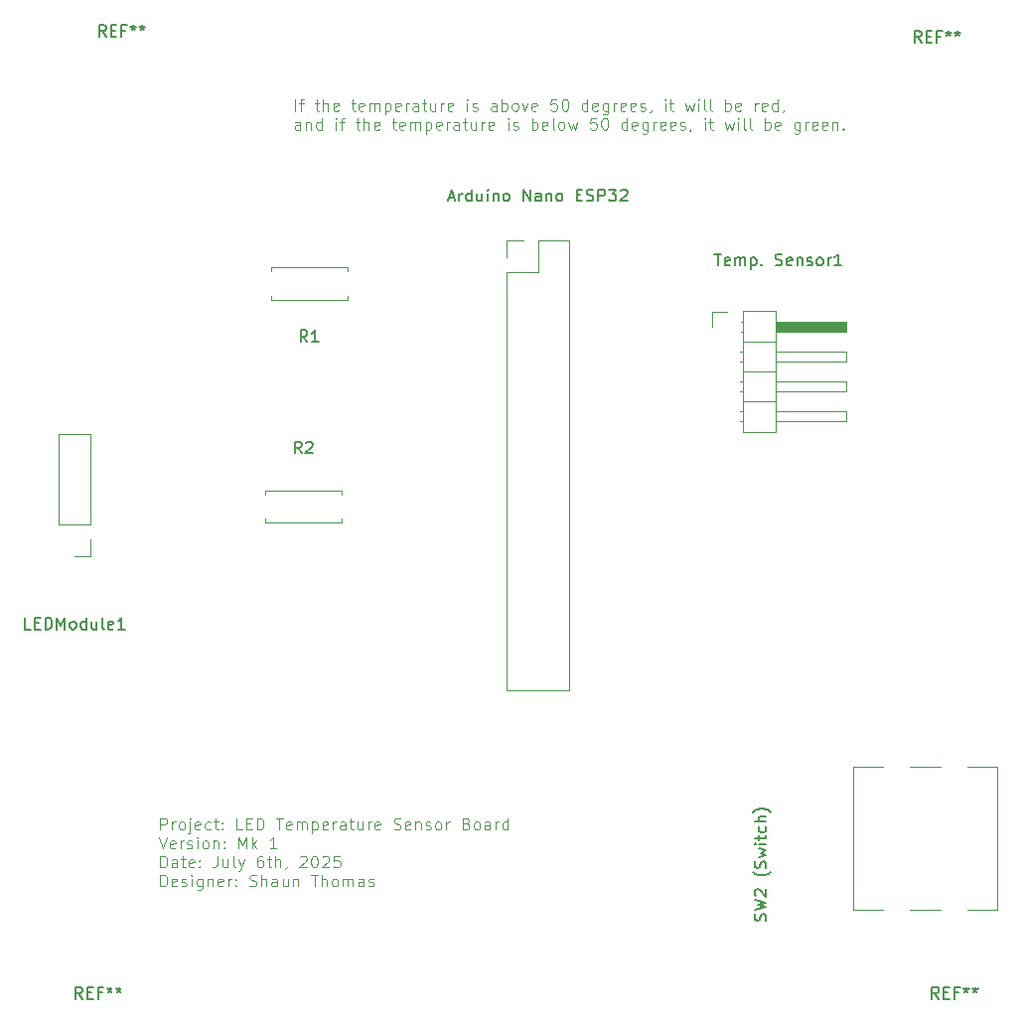
<source format=gto>
G04 #@! TF.GenerationSoftware,KiCad,Pcbnew,9.0.2*
G04 #@! TF.CreationDate,2025-07-10T22:40:58-04:00*
G04 #@! TF.ProjectId,Temperature Sensor PCB,54656d70-6572-4617-9475-72652053656e,rev?*
G04 #@! TF.SameCoordinates,Original*
G04 #@! TF.FileFunction,Legend,Top*
G04 #@! TF.FilePolarity,Positive*
%FSLAX46Y46*%
G04 Gerber Fmt 4.6, Leading zero omitted, Abs format (unit mm)*
G04 Created by KiCad (PCBNEW 9.0.2) date 2025-07-10 22:40:58*
%MOMM*%
%LPD*%
G01*
G04 APERTURE LIST*
%ADD10C,0.100000*%
%ADD11C,0.150000*%
%ADD12C,0.120000*%
G04 APERTURE END LIST*
D10*
X48803884Y-138542587D02*
X48803884Y-137542587D01*
X48803884Y-137542587D02*
X49184836Y-137542587D01*
X49184836Y-137542587D02*
X49280074Y-137590206D01*
X49280074Y-137590206D02*
X49327693Y-137637825D01*
X49327693Y-137637825D02*
X49375312Y-137733063D01*
X49375312Y-137733063D02*
X49375312Y-137875920D01*
X49375312Y-137875920D02*
X49327693Y-137971158D01*
X49327693Y-137971158D02*
X49280074Y-138018777D01*
X49280074Y-138018777D02*
X49184836Y-138066396D01*
X49184836Y-138066396D02*
X48803884Y-138066396D01*
X49803884Y-138542587D02*
X49803884Y-137875920D01*
X49803884Y-138066396D02*
X49851503Y-137971158D01*
X49851503Y-137971158D02*
X49899122Y-137923539D01*
X49899122Y-137923539D02*
X49994360Y-137875920D01*
X49994360Y-137875920D02*
X50089598Y-137875920D01*
X50565789Y-138542587D02*
X50470551Y-138494968D01*
X50470551Y-138494968D02*
X50422932Y-138447348D01*
X50422932Y-138447348D02*
X50375313Y-138352110D01*
X50375313Y-138352110D02*
X50375313Y-138066396D01*
X50375313Y-138066396D02*
X50422932Y-137971158D01*
X50422932Y-137971158D02*
X50470551Y-137923539D01*
X50470551Y-137923539D02*
X50565789Y-137875920D01*
X50565789Y-137875920D02*
X50708646Y-137875920D01*
X50708646Y-137875920D02*
X50803884Y-137923539D01*
X50803884Y-137923539D02*
X50851503Y-137971158D01*
X50851503Y-137971158D02*
X50899122Y-138066396D01*
X50899122Y-138066396D02*
X50899122Y-138352110D01*
X50899122Y-138352110D02*
X50851503Y-138447348D01*
X50851503Y-138447348D02*
X50803884Y-138494968D01*
X50803884Y-138494968D02*
X50708646Y-138542587D01*
X50708646Y-138542587D02*
X50565789Y-138542587D01*
X51327694Y-137875920D02*
X51327694Y-138733063D01*
X51327694Y-138733063D02*
X51280075Y-138828301D01*
X51280075Y-138828301D02*
X51184837Y-138875920D01*
X51184837Y-138875920D02*
X51137218Y-138875920D01*
X51327694Y-137542587D02*
X51280075Y-137590206D01*
X51280075Y-137590206D02*
X51327694Y-137637825D01*
X51327694Y-137637825D02*
X51375313Y-137590206D01*
X51375313Y-137590206D02*
X51327694Y-137542587D01*
X51327694Y-137542587D02*
X51327694Y-137637825D01*
X52184836Y-138494968D02*
X52089598Y-138542587D01*
X52089598Y-138542587D02*
X51899122Y-138542587D01*
X51899122Y-138542587D02*
X51803884Y-138494968D01*
X51803884Y-138494968D02*
X51756265Y-138399729D01*
X51756265Y-138399729D02*
X51756265Y-138018777D01*
X51756265Y-138018777D02*
X51803884Y-137923539D01*
X51803884Y-137923539D02*
X51899122Y-137875920D01*
X51899122Y-137875920D02*
X52089598Y-137875920D01*
X52089598Y-137875920D02*
X52184836Y-137923539D01*
X52184836Y-137923539D02*
X52232455Y-138018777D01*
X52232455Y-138018777D02*
X52232455Y-138114015D01*
X52232455Y-138114015D02*
X51756265Y-138209253D01*
X53089598Y-138494968D02*
X52994360Y-138542587D01*
X52994360Y-138542587D02*
X52803884Y-138542587D01*
X52803884Y-138542587D02*
X52708646Y-138494968D01*
X52708646Y-138494968D02*
X52661027Y-138447348D01*
X52661027Y-138447348D02*
X52613408Y-138352110D01*
X52613408Y-138352110D02*
X52613408Y-138066396D01*
X52613408Y-138066396D02*
X52661027Y-137971158D01*
X52661027Y-137971158D02*
X52708646Y-137923539D01*
X52708646Y-137923539D02*
X52803884Y-137875920D01*
X52803884Y-137875920D02*
X52994360Y-137875920D01*
X52994360Y-137875920D02*
X53089598Y-137923539D01*
X53375313Y-137875920D02*
X53756265Y-137875920D01*
X53518170Y-137542587D02*
X53518170Y-138399729D01*
X53518170Y-138399729D02*
X53565789Y-138494968D01*
X53565789Y-138494968D02*
X53661027Y-138542587D01*
X53661027Y-138542587D02*
X53756265Y-138542587D01*
X54089599Y-138447348D02*
X54137218Y-138494968D01*
X54137218Y-138494968D02*
X54089599Y-138542587D01*
X54089599Y-138542587D02*
X54041980Y-138494968D01*
X54041980Y-138494968D02*
X54089599Y-138447348D01*
X54089599Y-138447348D02*
X54089599Y-138542587D01*
X54089599Y-137923539D02*
X54137218Y-137971158D01*
X54137218Y-137971158D02*
X54089599Y-138018777D01*
X54089599Y-138018777D02*
X54041980Y-137971158D01*
X54041980Y-137971158D02*
X54089599Y-137923539D01*
X54089599Y-137923539D02*
X54089599Y-138018777D01*
X55803884Y-138542587D02*
X55327694Y-138542587D01*
X55327694Y-138542587D02*
X55327694Y-137542587D01*
X56137218Y-138018777D02*
X56470551Y-138018777D01*
X56613408Y-138542587D02*
X56137218Y-138542587D01*
X56137218Y-138542587D02*
X56137218Y-137542587D01*
X56137218Y-137542587D02*
X56613408Y-137542587D01*
X57041980Y-138542587D02*
X57041980Y-137542587D01*
X57041980Y-137542587D02*
X57280075Y-137542587D01*
X57280075Y-137542587D02*
X57422932Y-137590206D01*
X57422932Y-137590206D02*
X57518170Y-137685444D01*
X57518170Y-137685444D02*
X57565789Y-137780682D01*
X57565789Y-137780682D02*
X57613408Y-137971158D01*
X57613408Y-137971158D02*
X57613408Y-138114015D01*
X57613408Y-138114015D02*
X57565789Y-138304491D01*
X57565789Y-138304491D02*
X57518170Y-138399729D01*
X57518170Y-138399729D02*
X57422932Y-138494968D01*
X57422932Y-138494968D02*
X57280075Y-138542587D01*
X57280075Y-138542587D02*
X57041980Y-138542587D01*
X58661028Y-137542587D02*
X59232456Y-137542587D01*
X58946742Y-138542587D02*
X58946742Y-137542587D01*
X59946742Y-138494968D02*
X59851504Y-138542587D01*
X59851504Y-138542587D02*
X59661028Y-138542587D01*
X59661028Y-138542587D02*
X59565790Y-138494968D01*
X59565790Y-138494968D02*
X59518171Y-138399729D01*
X59518171Y-138399729D02*
X59518171Y-138018777D01*
X59518171Y-138018777D02*
X59565790Y-137923539D01*
X59565790Y-137923539D02*
X59661028Y-137875920D01*
X59661028Y-137875920D02*
X59851504Y-137875920D01*
X59851504Y-137875920D02*
X59946742Y-137923539D01*
X59946742Y-137923539D02*
X59994361Y-138018777D01*
X59994361Y-138018777D02*
X59994361Y-138114015D01*
X59994361Y-138114015D02*
X59518171Y-138209253D01*
X60422933Y-138542587D02*
X60422933Y-137875920D01*
X60422933Y-137971158D02*
X60470552Y-137923539D01*
X60470552Y-137923539D02*
X60565790Y-137875920D01*
X60565790Y-137875920D02*
X60708647Y-137875920D01*
X60708647Y-137875920D02*
X60803885Y-137923539D01*
X60803885Y-137923539D02*
X60851504Y-138018777D01*
X60851504Y-138018777D02*
X60851504Y-138542587D01*
X60851504Y-138018777D02*
X60899123Y-137923539D01*
X60899123Y-137923539D02*
X60994361Y-137875920D01*
X60994361Y-137875920D02*
X61137218Y-137875920D01*
X61137218Y-137875920D02*
X61232457Y-137923539D01*
X61232457Y-137923539D02*
X61280076Y-138018777D01*
X61280076Y-138018777D02*
X61280076Y-138542587D01*
X61756266Y-137875920D02*
X61756266Y-138875920D01*
X61756266Y-137923539D02*
X61851504Y-137875920D01*
X61851504Y-137875920D02*
X62041980Y-137875920D01*
X62041980Y-137875920D02*
X62137218Y-137923539D01*
X62137218Y-137923539D02*
X62184837Y-137971158D01*
X62184837Y-137971158D02*
X62232456Y-138066396D01*
X62232456Y-138066396D02*
X62232456Y-138352110D01*
X62232456Y-138352110D02*
X62184837Y-138447348D01*
X62184837Y-138447348D02*
X62137218Y-138494968D01*
X62137218Y-138494968D02*
X62041980Y-138542587D01*
X62041980Y-138542587D02*
X61851504Y-138542587D01*
X61851504Y-138542587D02*
X61756266Y-138494968D01*
X63041980Y-138494968D02*
X62946742Y-138542587D01*
X62946742Y-138542587D02*
X62756266Y-138542587D01*
X62756266Y-138542587D02*
X62661028Y-138494968D01*
X62661028Y-138494968D02*
X62613409Y-138399729D01*
X62613409Y-138399729D02*
X62613409Y-138018777D01*
X62613409Y-138018777D02*
X62661028Y-137923539D01*
X62661028Y-137923539D02*
X62756266Y-137875920D01*
X62756266Y-137875920D02*
X62946742Y-137875920D01*
X62946742Y-137875920D02*
X63041980Y-137923539D01*
X63041980Y-137923539D02*
X63089599Y-138018777D01*
X63089599Y-138018777D02*
X63089599Y-138114015D01*
X63089599Y-138114015D02*
X62613409Y-138209253D01*
X63518171Y-138542587D02*
X63518171Y-137875920D01*
X63518171Y-138066396D02*
X63565790Y-137971158D01*
X63565790Y-137971158D02*
X63613409Y-137923539D01*
X63613409Y-137923539D02*
X63708647Y-137875920D01*
X63708647Y-137875920D02*
X63803885Y-137875920D01*
X64565790Y-138542587D02*
X64565790Y-138018777D01*
X64565790Y-138018777D02*
X64518171Y-137923539D01*
X64518171Y-137923539D02*
X64422933Y-137875920D01*
X64422933Y-137875920D02*
X64232457Y-137875920D01*
X64232457Y-137875920D02*
X64137219Y-137923539D01*
X64565790Y-138494968D02*
X64470552Y-138542587D01*
X64470552Y-138542587D02*
X64232457Y-138542587D01*
X64232457Y-138542587D02*
X64137219Y-138494968D01*
X64137219Y-138494968D02*
X64089600Y-138399729D01*
X64089600Y-138399729D02*
X64089600Y-138304491D01*
X64089600Y-138304491D02*
X64137219Y-138209253D01*
X64137219Y-138209253D02*
X64232457Y-138161634D01*
X64232457Y-138161634D02*
X64470552Y-138161634D01*
X64470552Y-138161634D02*
X64565790Y-138114015D01*
X64899124Y-137875920D02*
X65280076Y-137875920D01*
X65041981Y-137542587D02*
X65041981Y-138399729D01*
X65041981Y-138399729D02*
X65089600Y-138494968D01*
X65089600Y-138494968D02*
X65184838Y-138542587D01*
X65184838Y-138542587D02*
X65280076Y-138542587D01*
X66041981Y-137875920D02*
X66041981Y-138542587D01*
X65613410Y-137875920D02*
X65613410Y-138399729D01*
X65613410Y-138399729D02*
X65661029Y-138494968D01*
X65661029Y-138494968D02*
X65756267Y-138542587D01*
X65756267Y-138542587D02*
X65899124Y-138542587D01*
X65899124Y-138542587D02*
X65994362Y-138494968D01*
X65994362Y-138494968D02*
X66041981Y-138447348D01*
X66518172Y-138542587D02*
X66518172Y-137875920D01*
X66518172Y-138066396D02*
X66565791Y-137971158D01*
X66565791Y-137971158D02*
X66613410Y-137923539D01*
X66613410Y-137923539D02*
X66708648Y-137875920D01*
X66708648Y-137875920D02*
X66803886Y-137875920D01*
X67518172Y-138494968D02*
X67422934Y-138542587D01*
X67422934Y-138542587D02*
X67232458Y-138542587D01*
X67232458Y-138542587D02*
X67137220Y-138494968D01*
X67137220Y-138494968D02*
X67089601Y-138399729D01*
X67089601Y-138399729D02*
X67089601Y-138018777D01*
X67089601Y-138018777D02*
X67137220Y-137923539D01*
X67137220Y-137923539D02*
X67232458Y-137875920D01*
X67232458Y-137875920D02*
X67422934Y-137875920D01*
X67422934Y-137875920D02*
X67518172Y-137923539D01*
X67518172Y-137923539D02*
X67565791Y-138018777D01*
X67565791Y-138018777D02*
X67565791Y-138114015D01*
X67565791Y-138114015D02*
X67089601Y-138209253D01*
X68708649Y-138494968D02*
X68851506Y-138542587D01*
X68851506Y-138542587D02*
X69089601Y-138542587D01*
X69089601Y-138542587D02*
X69184839Y-138494968D01*
X69184839Y-138494968D02*
X69232458Y-138447348D01*
X69232458Y-138447348D02*
X69280077Y-138352110D01*
X69280077Y-138352110D02*
X69280077Y-138256872D01*
X69280077Y-138256872D02*
X69232458Y-138161634D01*
X69232458Y-138161634D02*
X69184839Y-138114015D01*
X69184839Y-138114015D02*
X69089601Y-138066396D01*
X69089601Y-138066396D02*
X68899125Y-138018777D01*
X68899125Y-138018777D02*
X68803887Y-137971158D01*
X68803887Y-137971158D02*
X68756268Y-137923539D01*
X68756268Y-137923539D02*
X68708649Y-137828301D01*
X68708649Y-137828301D02*
X68708649Y-137733063D01*
X68708649Y-137733063D02*
X68756268Y-137637825D01*
X68756268Y-137637825D02*
X68803887Y-137590206D01*
X68803887Y-137590206D02*
X68899125Y-137542587D01*
X68899125Y-137542587D02*
X69137220Y-137542587D01*
X69137220Y-137542587D02*
X69280077Y-137590206D01*
X70089601Y-138494968D02*
X69994363Y-138542587D01*
X69994363Y-138542587D02*
X69803887Y-138542587D01*
X69803887Y-138542587D02*
X69708649Y-138494968D01*
X69708649Y-138494968D02*
X69661030Y-138399729D01*
X69661030Y-138399729D02*
X69661030Y-138018777D01*
X69661030Y-138018777D02*
X69708649Y-137923539D01*
X69708649Y-137923539D02*
X69803887Y-137875920D01*
X69803887Y-137875920D02*
X69994363Y-137875920D01*
X69994363Y-137875920D02*
X70089601Y-137923539D01*
X70089601Y-137923539D02*
X70137220Y-138018777D01*
X70137220Y-138018777D02*
X70137220Y-138114015D01*
X70137220Y-138114015D02*
X69661030Y-138209253D01*
X70565792Y-137875920D02*
X70565792Y-138542587D01*
X70565792Y-137971158D02*
X70613411Y-137923539D01*
X70613411Y-137923539D02*
X70708649Y-137875920D01*
X70708649Y-137875920D02*
X70851506Y-137875920D01*
X70851506Y-137875920D02*
X70946744Y-137923539D01*
X70946744Y-137923539D02*
X70994363Y-138018777D01*
X70994363Y-138018777D02*
X70994363Y-138542587D01*
X71422935Y-138494968D02*
X71518173Y-138542587D01*
X71518173Y-138542587D02*
X71708649Y-138542587D01*
X71708649Y-138542587D02*
X71803887Y-138494968D01*
X71803887Y-138494968D02*
X71851506Y-138399729D01*
X71851506Y-138399729D02*
X71851506Y-138352110D01*
X71851506Y-138352110D02*
X71803887Y-138256872D01*
X71803887Y-138256872D02*
X71708649Y-138209253D01*
X71708649Y-138209253D02*
X71565792Y-138209253D01*
X71565792Y-138209253D02*
X71470554Y-138161634D01*
X71470554Y-138161634D02*
X71422935Y-138066396D01*
X71422935Y-138066396D02*
X71422935Y-138018777D01*
X71422935Y-138018777D02*
X71470554Y-137923539D01*
X71470554Y-137923539D02*
X71565792Y-137875920D01*
X71565792Y-137875920D02*
X71708649Y-137875920D01*
X71708649Y-137875920D02*
X71803887Y-137923539D01*
X72422935Y-138542587D02*
X72327697Y-138494968D01*
X72327697Y-138494968D02*
X72280078Y-138447348D01*
X72280078Y-138447348D02*
X72232459Y-138352110D01*
X72232459Y-138352110D02*
X72232459Y-138066396D01*
X72232459Y-138066396D02*
X72280078Y-137971158D01*
X72280078Y-137971158D02*
X72327697Y-137923539D01*
X72327697Y-137923539D02*
X72422935Y-137875920D01*
X72422935Y-137875920D02*
X72565792Y-137875920D01*
X72565792Y-137875920D02*
X72661030Y-137923539D01*
X72661030Y-137923539D02*
X72708649Y-137971158D01*
X72708649Y-137971158D02*
X72756268Y-138066396D01*
X72756268Y-138066396D02*
X72756268Y-138352110D01*
X72756268Y-138352110D02*
X72708649Y-138447348D01*
X72708649Y-138447348D02*
X72661030Y-138494968D01*
X72661030Y-138494968D02*
X72565792Y-138542587D01*
X72565792Y-138542587D02*
X72422935Y-138542587D01*
X73184840Y-138542587D02*
X73184840Y-137875920D01*
X73184840Y-138066396D02*
X73232459Y-137971158D01*
X73232459Y-137971158D02*
X73280078Y-137923539D01*
X73280078Y-137923539D02*
X73375316Y-137875920D01*
X73375316Y-137875920D02*
X73470554Y-137875920D01*
X74899126Y-138018777D02*
X75041983Y-138066396D01*
X75041983Y-138066396D02*
X75089602Y-138114015D01*
X75089602Y-138114015D02*
X75137221Y-138209253D01*
X75137221Y-138209253D02*
X75137221Y-138352110D01*
X75137221Y-138352110D02*
X75089602Y-138447348D01*
X75089602Y-138447348D02*
X75041983Y-138494968D01*
X75041983Y-138494968D02*
X74946745Y-138542587D01*
X74946745Y-138542587D02*
X74565793Y-138542587D01*
X74565793Y-138542587D02*
X74565793Y-137542587D01*
X74565793Y-137542587D02*
X74899126Y-137542587D01*
X74899126Y-137542587D02*
X74994364Y-137590206D01*
X74994364Y-137590206D02*
X75041983Y-137637825D01*
X75041983Y-137637825D02*
X75089602Y-137733063D01*
X75089602Y-137733063D02*
X75089602Y-137828301D01*
X75089602Y-137828301D02*
X75041983Y-137923539D01*
X75041983Y-137923539D02*
X74994364Y-137971158D01*
X74994364Y-137971158D02*
X74899126Y-138018777D01*
X74899126Y-138018777D02*
X74565793Y-138018777D01*
X75708650Y-138542587D02*
X75613412Y-138494968D01*
X75613412Y-138494968D02*
X75565793Y-138447348D01*
X75565793Y-138447348D02*
X75518174Y-138352110D01*
X75518174Y-138352110D02*
X75518174Y-138066396D01*
X75518174Y-138066396D02*
X75565793Y-137971158D01*
X75565793Y-137971158D02*
X75613412Y-137923539D01*
X75613412Y-137923539D02*
X75708650Y-137875920D01*
X75708650Y-137875920D02*
X75851507Y-137875920D01*
X75851507Y-137875920D02*
X75946745Y-137923539D01*
X75946745Y-137923539D02*
X75994364Y-137971158D01*
X75994364Y-137971158D02*
X76041983Y-138066396D01*
X76041983Y-138066396D02*
X76041983Y-138352110D01*
X76041983Y-138352110D02*
X75994364Y-138447348D01*
X75994364Y-138447348D02*
X75946745Y-138494968D01*
X75946745Y-138494968D02*
X75851507Y-138542587D01*
X75851507Y-138542587D02*
X75708650Y-138542587D01*
X76899126Y-138542587D02*
X76899126Y-138018777D01*
X76899126Y-138018777D02*
X76851507Y-137923539D01*
X76851507Y-137923539D02*
X76756269Y-137875920D01*
X76756269Y-137875920D02*
X76565793Y-137875920D01*
X76565793Y-137875920D02*
X76470555Y-137923539D01*
X76899126Y-138494968D02*
X76803888Y-138542587D01*
X76803888Y-138542587D02*
X76565793Y-138542587D01*
X76565793Y-138542587D02*
X76470555Y-138494968D01*
X76470555Y-138494968D02*
X76422936Y-138399729D01*
X76422936Y-138399729D02*
X76422936Y-138304491D01*
X76422936Y-138304491D02*
X76470555Y-138209253D01*
X76470555Y-138209253D02*
X76565793Y-138161634D01*
X76565793Y-138161634D02*
X76803888Y-138161634D01*
X76803888Y-138161634D02*
X76899126Y-138114015D01*
X77375317Y-138542587D02*
X77375317Y-137875920D01*
X77375317Y-138066396D02*
X77422936Y-137971158D01*
X77422936Y-137971158D02*
X77470555Y-137923539D01*
X77470555Y-137923539D02*
X77565793Y-137875920D01*
X77565793Y-137875920D02*
X77661031Y-137875920D01*
X78422936Y-138542587D02*
X78422936Y-137542587D01*
X78422936Y-138494968D02*
X78327698Y-138542587D01*
X78327698Y-138542587D02*
X78137222Y-138542587D01*
X78137222Y-138542587D02*
X78041984Y-138494968D01*
X78041984Y-138494968D02*
X77994365Y-138447348D01*
X77994365Y-138447348D02*
X77946746Y-138352110D01*
X77946746Y-138352110D02*
X77946746Y-138066396D01*
X77946746Y-138066396D02*
X77994365Y-137971158D01*
X77994365Y-137971158D02*
X78041984Y-137923539D01*
X78041984Y-137923539D02*
X78137222Y-137875920D01*
X78137222Y-137875920D02*
X78327698Y-137875920D01*
X78327698Y-137875920D02*
X78422936Y-137923539D01*
X48661027Y-139152531D02*
X48994360Y-140152531D01*
X48994360Y-140152531D02*
X49327693Y-139152531D01*
X50041979Y-140104912D02*
X49946741Y-140152531D01*
X49946741Y-140152531D02*
X49756265Y-140152531D01*
X49756265Y-140152531D02*
X49661027Y-140104912D01*
X49661027Y-140104912D02*
X49613408Y-140009673D01*
X49613408Y-140009673D02*
X49613408Y-139628721D01*
X49613408Y-139628721D02*
X49661027Y-139533483D01*
X49661027Y-139533483D02*
X49756265Y-139485864D01*
X49756265Y-139485864D02*
X49946741Y-139485864D01*
X49946741Y-139485864D02*
X50041979Y-139533483D01*
X50041979Y-139533483D02*
X50089598Y-139628721D01*
X50089598Y-139628721D02*
X50089598Y-139723959D01*
X50089598Y-139723959D02*
X49613408Y-139819197D01*
X50518170Y-140152531D02*
X50518170Y-139485864D01*
X50518170Y-139676340D02*
X50565789Y-139581102D01*
X50565789Y-139581102D02*
X50613408Y-139533483D01*
X50613408Y-139533483D02*
X50708646Y-139485864D01*
X50708646Y-139485864D02*
X50803884Y-139485864D01*
X51089599Y-140104912D02*
X51184837Y-140152531D01*
X51184837Y-140152531D02*
X51375313Y-140152531D01*
X51375313Y-140152531D02*
X51470551Y-140104912D01*
X51470551Y-140104912D02*
X51518170Y-140009673D01*
X51518170Y-140009673D02*
X51518170Y-139962054D01*
X51518170Y-139962054D02*
X51470551Y-139866816D01*
X51470551Y-139866816D02*
X51375313Y-139819197D01*
X51375313Y-139819197D02*
X51232456Y-139819197D01*
X51232456Y-139819197D02*
X51137218Y-139771578D01*
X51137218Y-139771578D02*
X51089599Y-139676340D01*
X51089599Y-139676340D02*
X51089599Y-139628721D01*
X51089599Y-139628721D02*
X51137218Y-139533483D01*
X51137218Y-139533483D02*
X51232456Y-139485864D01*
X51232456Y-139485864D02*
X51375313Y-139485864D01*
X51375313Y-139485864D02*
X51470551Y-139533483D01*
X51946742Y-140152531D02*
X51946742Y-139485864D01*
X51946742Y-139152531D02*
X51899123Y-139200150D01*
X51899123Y-139200150D02*
X51946742Y-139247769D01*
X51946742Y-139247769D02*
X51994361Y-139200150D01*
X51994361Y-139200150D02*
X51946742Y-139152531D01*
X51946742Y-139152531D02*
X51946742Y-139247769D01*
X52565789Y-140152531D02*
X52470551Y-140104912D01*
X52470551Y-140104912D02*
X52422932Y-140057292D01*
X52422932Y-140057292D02*
X52375313Y-139962054D01*
X52375313Y-139962054D02*
X52375313Y-139676340D01*
X52375313Y-139676340D02*
X52422932Y-139581102D01*
X52422932Y-139581102D02*
X52470551Y-139533483D01*
X52470551Y-139533483D02*
X52565789Y-139485864D01*
X52565789Y-139485864D02*
X52708646Y-139485864D01*
X52708646Y-139485864D02*
X52803884Y-139533483D01*
X52803884Y-139533483D02*
X52851503Y-139581102D01*
X52851503Y-139581102D02*
X52899122Y-139676340D01*
X52899122Y-139676340D02*
X52899122Y-139962054D01*
X52899122Y-139962054D02*
X52851503Y-140057292D01*
X52851503Y-140057292D02*
X52803884Y-140104912D01*
X52803884Y-140104912D02*
X52708646Y-140152531D01*
X52708646Y-140152531D02*
X52565789Y-140152531D01*
X53327694Y-139485864D02*
X53327694Y-140152531D01*
X53327694Y-139581102D02*
X53375313Y-139533483D01*
X53375313Y-139533483D02*
X53470551Y-139485864D01*
X53470551Y-139485864D02*
X53613408Y-139485864D01*
X53613408Y-139485864D02*
X53708646Y-139533483D01*
X53708646Y-139533483D02*
X53756265Y-139628721D01*
X53756265Y-139628721D02*
X53756265Y-140152531D01*
X54232456Y-140057292D02*
X54280075Y-140104912D01*
X54280075Y-140104912D02*
X54232456Y-140152531D01*
X54232456Y-140152531D02*
X54184837Y-140104912D01*
X54184837Y-140104912D02*
X54232456Y-140057292D01*
X54232456Y-140057292D02*
X54232456Y-140152531D01*
X54232456Y-139533483D02*
X54280075Y-139581102D01*
X54280075Y-139581102D02*
X54232456Y-139628721D01*
X54232456Y-139628721D02*
X54184837Y-139581102D01*
X54184837Y-139581102D02*
X54232456Y-139533483D01*
X54232456Y-139533483D02*
X54232456Y-139628721D01*
X55470551Y-140152531D02*
X55470551Y-139152531D01*
X55470551Y-139152531D02*
X55803884Y-139866816D01*
X55803884Y-139866816D02*
X56137217Y-139152531D01*
X56137217Y-139152531D02*
X56137217Y-140152531D01*
X56613408Y-140152531D02*
X56613408Y-139152531D01*
X56708646Y-139771578D02*
X56994360Y-140152531D01*
X56994360Y-139485864D02*
X56613408Y-139866816D01*
X58708646Y-140152531D02*
X58137218Y-140152531D01*
X58422932Y-140152531D02*
X58422932Y-139152531D01*
X58422932Y-139152531D02*
X58327694Y-139295388D01*
X58327694Y-139295388D02*
X58232456Y-139390626D01*
X58232456Y-139390626D02*
X58137218Y-139438245D01*
X48803884Y-141762475D02*
X48803884Y-140762475D01*
X48803884Y-140762475D02*
X49041979Y-140762475D01*
X49041979Y-140762475D02*
X49184836Y-140810094D01*
X49184836Y-140810094D02*
X49280074Y-140905332D01*
X49280074Y-140905332D02*
X49327693Y-141000570D01*
X49327693Y-141000570D02*
X49375312Y-141191046D01*
X49375312Y-141191046D02*
X49375312Y-141333903D01*
X49375312Y-141333903D02*
X49327693Y-141524379D01*
X49327693Y-141524379D02*
X49280074Y-141619617D01*
X49280074Y-141619617D02*
X49184836Y-141714856D01*
X49184836Y-141714856D02*
X49041979Y-141762475D01*
X49041979Y-141762475D02*
X48803884Y-141762475D01*
X50232455Y-141762475D02*
X50232455Y-141238665D01*
X50232455Y-141238665D02*
X50184836Y-141143427D01*
X50184836Y-141143427D02*
X50089598Y-141095808D01*
X50089598Y-141095808D02*
X49899122Y-141095808D01*
X49899122Y-141095808D02*
X49803884Y-141143427D01*
X50232455Y-141714856D02*
X50137217Y-141762475D01*
X50137217Y-141762475D02*
X49899122Y-141762475D01*
X49899122Y-141762475D02*
X49803884Y-141714856D01*
X49803884Y-141714856D02*
X49756265Y-141619617D01*
X49756265Y-141619617D02*
X49756265Y-141524379D01*
X49756265Y-141524379D02*
X49803884Y-141429141D01*
X49803884Y-141429141D02*
X49899122Y-141381522D01*
X49899122Y-141381522D02*
X50137217Y-141381522D01*
X50137217Y-141381522D02*
X50232455Y-141333903D01*
X50565789Y-141095808D02*
X50946741Y-141095808D01*
X50708646Y-140762475D02*
X50708646Y-141619617D01*
X50708646Y-141619617D02*
X50756265Y-141714856D01*
X50756265Y-141714856D02*
X50851503Y-141762475D01*
X50851503Y-141762475D02*
X50946741Y-141762475D01*
X51661027Y-141714856D02*
X51565789Y-141762475D01*
X51565789Y-141762475D02*
X51375313Y-141762475D01*
X51375313Y-141762475D02*
X51280075Y-141714856D01*
X51280075Y-141714856D02*
X51232456Y-141619617D01*
X51232456Y-141619617D02*
X51232456Y-141238665D01*
X51232456Y-141238665D02*
X51280075Y-141143427D01*
X51280075Y-141143427D02*
X51375313Y-141095808D01*
X51375313Y-141095808D02*
X51565789Y-141095808D01*
X51565789Y-141095808D02*
X51661027Y-141143427D01*
X51661027Y-141143427D02*
X51708646Y-141238665D01*
X51708646Y-141238665D02*
X51708646Y-141333903D01*
X51708646Y-141333903D02*
X51232456Y-141429141D01*
X52137218Y-141667236D02*
X52184837Y-141714856D01*
X52184837Y-141714856D02*
X52137218Y-141762475D01*
X52137218Y-141762475D02*
X52089599Y-141714856D01*
X52089599Y-141714856D02*
X52137218Y-141667236D01*
X52137218Y-141667236D02*
X52137218Y-141762475D01*
X52137218Y-141143427D02*
X52184837Y-141191046D01*
X52184837Y-141191046D02*
X52137218Y-141238665D01*
X52137218Y-141238665D02*
X52089599Y-141191046D01*
X52089599Y-141191046D02*
X52137218Y-141143427D01*
X52137218Y-141143427D02*
X52137218Y-141238665D01*
X53661027Y-140762475D02*
X53661027Y-141476760D01*
X53661027Y-141476760D02*
X53613408Y-141619617D01*
X53613408Y-141619617D02*
X53518170Y-141714856D01*
X53518170Y-141714856D02*
X53375313Y-141762475D01*
X53375313Y-141762475D02*
X53280075Y-141762475D01*
X54565789Y-141095808D02*
X54565789Y-141762475D01*
X54137218Y-141095808D02*
X54137218Y-141619617D01*
X54137218Y-141619617D02*
X54184837Y-141714856D01*
X54184837Y-141714856D02*
X54280075Y-141762475D01*
X54280075Y-141762475D02*
X54422932Y-141762475D01*
X54422932Y-141762475D02*
X54518170Y-141714856D01*
X54518170Y-141714856D02*
X54565789Y-141667236D01*
X55184837Y-141762475D02*
X55089599Y-141714856D01*
X55089599Y-141714856D02*
X55041980Y-141619617D01*
X55041980Y-141619617D02*
X55041980Y-140762475D01*
X55470552Y-141095808D02*
X55708647Y-141762475D01*
X55946742Y-141095808D02*
X55708647Y-141762475D01*
X55708647Y-141762475D02*
X55613409Y-142000570D01*
X55613409Y-142000570D02*
X55565790Y-142048189D01*
X55565790Y-142048189D02*
X55470552Y-142095808D01*
X57518171Y-140762475D02*
X57327695Y-140762475D01*
X57327695Y-140762475D02*
X57232457Y-140810094D01*
X57232457Y-140810094D02*
X57184838Y-140857713D01*
X57184838Y-140857713D02*
X57089600Y-141000570D01*
X57089600Y-141000570D02*
X57041981Y-141191046D01*
X57041981Y-141191046D02*
X57041981Y-141571998D01*
X57041981Y-141571998D02*
X57089600Y-141667236D01*
X57089600Y-141667236D02*
X57137219Y-141714856D01*
X57137219Y-141714856D02*
X57232457Y-141762475D01*
X57232457Y-141762475D02*
X57422933Y-141762475D01*
X57422933Y-141762475D02*
X57518171Y-141714856D01*
X57518171Y-141714856D02*
X57565790Y-141667236D01*
X57565790Y-141667236D02*
X57613409Y-141571998D01*
X57613409Y-141571998D02*
X57613409Y-141333903D01*
X57613409Y-141333903D02*
X57565790Y-141238665D01*
X57565790Y-141238665D02*
X57518171Y-141191046D01*
X57518171Y-141191046D02*
X57422933Y-141143427D01*
X57422933Y-141143427D02*
X57232457Y-141143427D01*
X57232457Y-141143427D02*
X57137219Y-141191046D01*
X57137219Y-141191046D02*
X57089600Y-141238665D01*
X57089600Y-141238665D02*
X57041981Y-141333903D01*
X57899124Y-141095808D02*
X58280076Y-141095808D01*
X58041981Y-140762475D02*
X58041981Y-141619617D01*
X58041981Y-141619617D02*
X58089600Y-141714856D01*
X58089600Y-141714856D02*
X58184838Y-141762475D01*
X58184838Y-141762475D02*
X58280076Y-141762475D01*
X58613410Y-141762475D02*
X58613410Y-140762475D01*
X59041981Y-141762475D02*
X59041981Y-141238665D01*
X59041981Y-141238665D02*
X58994362Y-141143427D01*
X58994362Y-141143427D02*
X58899124Y-141095808D01*
X58899124Y-141095808D02*
X58756267Y-141095808D01*
X58756267Y-141095808D02*
X58661029Y-141143427D01*
X58661029Y-141143427D02*
X58613410Y-141191046D01*
X59565791Y-141714856D02*
X59565791Y-141762475D01*
X59565791Y-141762475D02*
X59518172Y-141857713D01*
X59518172Y-141857713D02*
X59470553Y-141905332D01*
X60708648Y-140857713D02*
X60756267Y-140810094D01*
X60756267Y-140810094D02*
X60851505Y-140762475D01*
X60851505Y-140762475D02*
X61089600Y-140762475D01*
X61089600Y-140762475D02*
X61184838Y-140810094D01*
X61184838Y-140810094D02*
X61232457Y-140857713D01*
X61232457Y-140857713D02*
X61280076Y-140952951D01*
X61280076Y-140952951D02*
X61280076Y-141048189D01*
X61280076Y-141048189D02*
X61232457Y-141191046D01*
X61232457Y-141191046D02*
X60661029Y-141762475D01*
X60661029Y-141762475D02*
X61280076Y-141762475D01*
X61899124Y-140762475D02*
X61994362Y-140762475D01*
X61994362Y-140762475D02*
X62089600Y-140810094D01*
X62089600Y-140810094D02*
X62137219Y-140857713D01*
X62137219Y-140857713D02*
X62184838Y-140952951D01*
X62184838Y-140952951D02*
X62232457Y-141143427D01*
X62232457Y-141143427D02*
X62232457Y-141381522D01*
X62232457Y-141381522D02*
X62184838Y-141571998D01*
X62184838Y-141571998D02*
X62137219Y-141667236D01*
X62137219Y-141667236D02*
X62089600Y-141714856D01*
X62089600Y-141714856D02*
X61994362Y-141762475D01*
X61994362Y-141762475D02*
X61899124Y-141762475D01*
X61899124Y-141762475D02*
X61803886Y-141714856D01*
X61803886Y-141714856D02*
X61756267Y-141667236D01*
X61756267Y-141667236D02*
X61708648Y-141571998D01*
X61708648Y-141571998D02*
X61661029Y-141381522D01*
X61661029Y-141381522D02*
X61661029Y-141143427D01*
X61661029Y-141143427D02*
X61708648Y-140952951D01*
X61708648Y-140952951D02*
X61756267Y-140857713D01*
X61756267Y-140857713D02*
X61803886Y-140810094D01*
X61803886Y-140810094D02*
X61899124Y-140762475D01*
X62613410Y-140857713D02*
X62661029Y-140810094D01*
X62661029Y-140810094D02*
X62756267Y-140762475D01*
X62756267Y-140762475D02*
X62994362Y-140762475D01*
X62994362Y-140762475D02*
X63089600Y-140810094D01*
X63089600Y-140810094D02*
X63137219Y-140857713D01*
X63137219Y-140857713D02*
X63184838Y-140952951D01*
X63184838Y-140952951D02*
X63184838Y-141048189D01*
X63184838Y-141048189D02*
X63137219Y-141191046D01*
X63137219Y-141191046D02*
X62565791Y-141762475D01*
X62565791Y-141762475D02*
X63184838Y-141762475D01*
X64089600Y-140762475D02*
X63613410Y-140762475D01*
X63613410Y-140762475D02*
X63565791Y-141238665D01*
X63565791Y-141238665D02*
X63613410Y-141191046D01*
X63613410Y-141191046D02*
X63708648Y-141143427D01*
X63708648Y-141143427D02*
X63946743Y-141143427D01*
X63946743Y-141143427D02*
X64041981Y-141191046D01*
X64041981Y-141191046D02*
X64089600Y-141238665D01*
X64089600Y-141238665D02*
X64137219Y-141333903D01*
X64137219Y-141333903D02*
X64137219Y-141571998D01*
X64137219Y-141571998D02*
X64089600Y-141667236D01*
X64089600Y-141667236D02*
X64041981Y-141714856D01*
X64041981Y-141714856D02*
X63946743Y-141762475D01*
X63946743Y-141762475D02*
X63708648Y-141762475D01*
X63708648Y-141762475D02*
X63613410Y-141714856D01*
X63613410Y-141714856D02*
X63565791Y-141667236D01*
X48803884Y-143372419D02*
X48803884Y-142372419D01*
X48803884Y-142372419D02*
X49041979Y-142372419D01*
X49041979Y-142372419D02*
X49184836Y-142420038D01*
X49184836Y-142420038D02*
X49280074Y-142515276D01*
X49280074Y-142515276D02*
X49327693Y-142610514D01*
X49327693Y-142610514D02*
X49375312Y-142800990D01*
X49375312Y-142800990D02*
X49375312Y-142943847D01*
X49375312Y-142943847D02*
X49327693Y-143134323D01*
X49327693Y-143134323D02*
X49280074Y-143229561D01*
X49280074Y-143229561D02*
X49184836Y-143324800D01*
X49184836Y-143324800D02*
X49041979Y-143372419D01*
X49041979Y-143372419D02*
X48803884Y-143372419D01*
X50184836Y-143324800D02*
X50089598Y-143372419D01*
X50089598Y-143372419D02*
X49899122Y-143372419D01*
X49899122Y-143372419D02*
X49803884Y-143324800D01*
X49803884Y-143324800D02*
X49756265Y-143229561D01*
X49756265Y-143229561D02*
X49756265Y-142848609D01*
X49756265Y-142848609D02*
X49803884Y-142753371D01*
X49803884Y-142753371D02*
X49899122Y-142705752D01*
X49899122Y-142705752D02*
X50089598Y-142705752D01*
X50089598Y-142705752D02*
X50184836Y-142753371D01*
X50184836Y-142753371D02*
X50232455Y-142848609D01*
X50232455Y-142848609D02*
X50232455Y-142943847D01*
X50232455Y-142943847D02*
X49756265Y-143039085D01*
X50613408Y-143324800D02*
X50708646Y-143372419D01*
X50708646Y-143372419D02*
X50899122Y-143372419D01*
X50899122Y-143372419D02*
X50994360Y-143324800D01*
X50994360Y-143324800D02*
X51041979Y-143229561D01*
X51041979Y-143229561D02*
X51041979Y-143181942D01*
X51041979Y-143181942D02*
X50994360Y-143086704D01*
X50994360Y-143086704D02*
X50899122Y-143039085D01*
X50899122Y-143039085D02*
X50756265Y-143039085D01*
X50756265Y-143039085D02*
X50661027Y-142991466D01*
X50661027Y-142991466D02*
X50613408Y-142896228D01*
X50613408Y-142896228D02*
X50613408Y-142848609D01*
X50613408Y-142848609D02*
X50661027Y-142753371D01*
X50661027Y-142753371D02*
X50756265Y-142705752D01*
X50756265Y-142705752D02*
X50899122Y-142705752D01*
X50899122Y-142705752D02*
X50994360Y-142753371D01*
X51470551Y-143372419D02*
X51470551Y-142705752D01*
X51470551Y-142372419D02*
X51422932Y-142420038D01*
X51422932Y-142420038D02*
X51470551Y-142467657D01*
X51470551Y-142467657D02*
X51518170Y-142420038D01*
X51518170Y-142420038D02*
X51470551Y-142372419D01*
X51470551Y-142372419D02*
X51470551Y-142467657D01*
X52375312Y-142705752D02*
X52375312Y-143515276D01*
X52375312Y-143515276D02*
X52327693Y-143610514D01*
X52327693Y-143610514D02*
X52280074Y-143658133D01*
X52280074Y-143658133D02*
X52184836Y-143705752D01*
X52184836Y-143705752D02*
X52041979Y-143705752D01*
X52041979Y-143705752D02*
X51946741Y-143658133D01*
X52375312Y-143324800D02*
X52280074Y-143372419D01*
X52280074Y-143372419D02*
X52089598Y-143372419D01*
X52089598Y-143372419D02*
X51994360Y-143324800D01*
X51994360Y-143324800D02*
X51946741Y-143277180D01*
X51946741Y-143277180D02*
X51899122Y-143181942D01*
X51899122Y-143181942D02*
X51899122Y-142896228D01*
X51899122Y-142896228D02*
X51946741Y-142800990D01*
X51946741Y-142800990D02*
X51994360Y-142753371D01*
X51994360Y-142753371D02*
X52089598Y-142705752D01*
X52089598Y-142705752D02*
X52280074Y-142705752D01*
X52280074Y-142705752D02*
X52375312Y-142753371D01*
X52851503Y-142705752D02*
X52851503Y-143372419D01*
X52851503Y-142800990D02*
X52899122Y-142753371D01*
X52899122Y-142753371D02*
X52994360Y-142705752D01*
X52994360Y-142705752D02*
X53137217Y-142705752D01*
X53137217Y-142705752D02*
X53232455Y-142753371D01*
X53232455Y-142753371D02*
X53280074Y-142848609D01*
X53280074Y-142848609D02*
X53280074Y-143372419D01*
X54137217Y-143324800D02*
X54041979Y-143372419D01*
X54041979Y-143372419D02*
X53851503Y-143372419D01*
X53851503Y-143372419D02*
X53756265Y-143324800D01*
X53756265Y-143324800D02*
X53708646Y-143229561D01*
X53708646Y-143229561D02*
X53708646Y-142848609D01*
X53708646Y-142848609D02*
X53756265Y-142753371D01*
X53756265Y-142753371D02*
X53851503Y-142705752D01*
X53851503Y-142705752D02*
X54041979Y-142705752D01*
X54041979Y-142705752D02*
X54137217Y-142753371D01*
X54137217Y-142753371D02*
X54184836Y-142848609D01*
X54184836Y-142848609D02*
X54184836Y-142943847D01*
X54184836Y-142943847D02*
X53708646Y-143039085D01*
X54613408Y-143372419D02*
X54613408Y-142705752D01*
X54613408Y-142896228D02*
X54661027Y-142800990D01*
X54661027Y-142800990D02*
X54708646Y-142753371D01*
X54708646Y-142753371D02*
X54803884Y-142705752D01*
X54803884Y-142705752D02*
X54899122Y-142705752D01*
X55232456Y-143277180D02*
X55280075Y-143324800D01*
X55280075Y-143324800D02*
X55232456Y-143372419D01*
X55232456Y-143372419D02*
X55184837Y-143324800D01*
X55184837Y-143324800D02*
X55232456Y-143277180D01*
X55232456Y-143277180D02*
X55232456Y-143372419D01*
X55232456Y-142753371D02*
X55280075Y-142800990D01*
X55280075Y-142800990D02*
X55232456Y-142848609D01*
X55232456Y-142848609D02*
X55184837Y-142800990D01*
X55184837Y-142800990D02*
X55232456Y-142753371D01*
X55232456Y-142753371D02*
X55232456Y-142848609D01*
X56422932Y-143324800D02*
X56565789Y-143372419D01*
X56565789Y-143372419D02*
X56803884Y-143372419D01*
X56803884Y-143372419D02*
X56899122Y-143324800D01*
X56899122Y-143324800D02*
X56946741Y-143277180D01*
X56946741Y-143277180D02*
X56994360Y-143181942D01*
X56994360Y-143181942D02*
X56994360Y-143086704D01*
X56994360Y-143086704D02*
X56946741Y-142991466D01*
X56946741Y-142991466D02*
X56899122Y-142943847D01*
X56899122Y-142943847D02*
X56803884Y-142896228D01*
X56803884Y-142896228D02*
X56613408Y-142848609D01*
X56613408Y-142848609D02*
X56518170Y-142800990D01*
X56518170Y-142800990D02*
X56470551Y-142753371D01*
X56470551Y-142753371D02*
X56422932Y-142658133D01*
X56422932Y-142658133D02*
X56422932Y-142562895D01*
X56422932Y-142562895D02*
X56470551Y-142467657D01*
X56470551Y-142467657D02*
X56518170Y-142420038D01*
X56518170Y-142420038D02*
X56613408Y-142372419D01*
X56613408Y-142372419D02*
X56851503Y-142372419D01*
X56851503Y-142372419D02*
X56994360Y-142420038D01*
X57422932Y-143372419D02*
X57422932Y-142372419D01*
X57851503Y-143372419D02*
X57851503Y-142848609D01*
X57851503Y-142848609D02*
X57803884Y-142753371D01*
X57803884Y-142753371D02*
X57708646Y-142705752D01*
X57708646Y-142705752D02*
X57565789Y-142705752D01*
X57565789Y-142705752D02*
X57470551Y-142753371D01*
X57470551Y-142753371D02*
X57422932Y-142800990D01*
X58756265Y-143372419D02*
X58756265Y-142848609D01*
X58756265Y-142848609D02*
X58708646Y-142753371D01*
X58708646Y-142753371D02*
X58613408Y-142705752D01*
X58613408Y-142705752D02*
X58422932Y-142705752D01*
X58422932Y-142705752D02*
X58327694Y-142753371D01*
X58756265Y-143324800D02*
X58661027Y-143372419D01*
X58661027Y-143372419D02*
X58422932Y-143372419D01*
X58422932Y-143372419D02*
X58327694Y-143324800D01*
X58327694Y-143324800D02*
X58280075Y-143229561D01*
X58280075Y-143229561D02*
X58280075Y-143134323D01*
X58280075Y-143134323D02*
X58327694Y-143039085D01*
X58327694Y-143039085D02*
X58422932Y-142991466D01*
X58422932Y-142991466D02*
X58661027Y-142991466D01*
X58661027Y-142991466D02*
X58756265Y-142943847D01*
X59661027Y-142705752D02*
X59661027Y-143372419D01*
X59232456Y-142705752D02*
X59232456Y-143229561D01*
X59232456Y-143229561D02*
X59280075Y-143324800D01*
X59280075Y-143324800D02*
X59375313Y-143372419D01*
X59375313Y-143372419D02*
X59518170Y-143372419D01*
X59518170Y-143372419D02*
X59613408Y-143324800D01*
X59613408Y-143324800D02*
X59661027Y-143277180D01*
X60137218Y-142705752D02*
X60137218Y-143372419D01*
X60137218Y-142800990D02*
X60184837Y-142753371D01*
X60184837Y-142753371D02*
X60280075Y-142705752D01*
X60280075Y-142705752D02*
X60422932Y-142705752D01*
X60422932Y-142705752D02*
X60518170Y-142753371D01*
X60518170Y-142753371D02*
X60565789Y-142848609D01*
X60565789Y-142848609D02*
X60565789Y-143372419D01*
X61661028Y-142372419D02*
X62232456Y-142372419D01*
X61946742Y-143372419D02*
X61946742Y-142372419D01*
X62565790Y-143372419D02*
X62565790Y-142372419D01*
X62994361Y-143372419D02*
X62994361Y-142848609D01*
X62994361Y-142848609D02*
X62946742Y-142753371D01*
X62946742Y-142753371D02*
X62851504Y-142705752D01*
X62851504Y-142705752D02*
X62708647Y-142705752D01*
X62708647Y-142705752D02*
X62613409Y-142753371D01*
X62613409Y-142753371D02*
X62565790Y-142800990D01*
X63613409Y-143372419D02*
X63518171Y-143324800D01*
X63518171Y-143324800D02*
X63470552Y-143277180D01*
X63470552Y-143277180D02*
X63422933Y-143181942D01*
X63422933Y-143181942D02*
X63422933Y-142896228D01*
X63422933Y-142896228D02*
X63470552Y-142800990D01*
X63470552Y-142800990D02*
X63518171Y-142753371D01*
X63518171Y-142753371D02*
X63613409Y-142705752D01*
X63613409Y-142705752D02*
X63756266Y-142705752D01*
X63756266Y-142705752D02*
X63851504Y-142753371D01*
X63851504Y-142753371D02*
X63899123Y-142800990D01*
X63899123Y-142800990D02*
X63946742Y-142896228D01*
X63946742Y-142896228D02*
X63946742Y-143181942D01*
X63946742Y-143181942D02*
X63899123Y-143277180D01*
X63899123Y-143277180D02*
X63851504Y-143324800D01*
X63851504Y-143324800D02*
X63756266Y-143372419D01*
X63756266Y-143372419D02*
X63613409Y-143372419D01*
X64375314Y-143372419D02*
X64375314Y-142705752D01*
X64375314Y-142800990D02*
X64422933Y-142753371D01*
X64422933Y-142753371D02*
X64518171Y-142705752D01*
X64518171Y-142705752D02*
X64661028Y-142705752D01*
X64661028Y-142705752D02*
X64756266Y-142753371D01*
X64756266Y-142753371D02*
X64803885Y-142848609D01*
X64803885Y-142848609D02*
X64803885Y-143372419D01*
X64803885Y-142848609D02*
X64851504Y-142753371D01*
X64851504Y-142753371D02*
X64946742Y-142705752D01*
X64946742Y-142705752D02*
X65089599Y-142705752D01*
X65089599Y-142705752D02*
X65184838Y-142753371D01*
X65184838Y-142753371D02*
X65232457Y-142848609D01*
X65232457Y-142848609D02*
X65232457Y-143372419D01*
X66137218Y-143372419D02*
X66137218Y-142848609D01*
X66137218Y-142848609D02*
X66089599Y-142753371D01*
X66089599Y-142753371D02*
X65994361Y-142705752D01*
X65994361Y-142705752D02*
X65803885Y-142705752D01*
X65803885Y-142705752D02*
X65708647Y-142753371D01*
X66137218Y-143324800D02*
X66041980Y-143372419D01*
X66041980Y-143372419D02*
X65803885Y-143372419D01*
X65803885Y-143372419D02*
X65708647Y-143324800D01*
X65708647Y-143324800D02*
X65661028Y-143229561D01*
X65661028Y-143229561D02*
X65661028Y-143134323D01*
X65661028Y-143134323D02*
X65708647Y-143039085D01*
X65708647Y-143039085D02*
X65803885Y-142991466D01*
X65803885Y-142991466D02*
X66041980Y-142991466D01*
X66041980Y-142991466D02*
X66137218Y-142943847D01*
X66565790Y-143324800D02*
X66661028Y-143372419D01*
X66661028Y-143372419D02*
X66851504Y-143372419D01*
X66851504Y-143372419D02*
X66946742Y-143324800D01*
X66946742Y-143324800D02*
X66994361Y-143229561D01*
X66994361Y-143229561D02*
X66994361Y-143181942D01*
X66994361Y-143181942D02*
X66946742Y-143086704D01*
X66946742Y-143086704D02*
X66851504Y-143039085D01*
X66851504Y-143039085D02*
X66708647Y-143039085D01*
X66708647Y-143039085D02*
X66613409Y-142991466D01*
X66613409Y-142991466D02*
X66565790Y-142896228D01*
X66565790Y-142896228D02*
X66565790Y-142848609D01*
X66565790Y-142848609D02*
X66613409Y-142753371D01*
X66613409Y-142753371D02*
X66708647Y-142705752D01*
X66708647Y-142705752D02*
X66851504Y-142705752D01*
X66851504Y-142705752D02*
X66946742Y-142753371D01*
X60303884Y-77262475D02*
X60303884Y-76262475D01*
X60637217Y-76595808D02*
X61018169Y-76595808D01*
X60780074Y-77262475D02*
X60780074Y-76405332D01*
X60780074Y-76405332D02*
X60827693Y-76310094D01*
X60827693Y-76310094D02*
X60922931Y-76262475D01*
X60922931Y-76262475D02*
X61018169Y-76262475D01*
X61970551Y-76595808D02*
X62351503Y-76595808D01*
X62113408Y-76262475D02*
X62113408Y-77119617D01*
X62113408Y-77119617D02*
X62161027Y-77214856D01*
X62161027Y-77214856D02*
X62256265Y-77262475D01*
X62256265Y-77262475D02*
X62351503Y-77262475D01*
X62684837Y-77262475D02*
X62684837Y-76262475D01*
X63113408Y-77262475D02*
X63113408Y-76738665D01*
X63113408Y-76738665D02*
X63065789Y-76643427D01*
X63065789Y-76643427D02*
X62970551Y-76595808D01*
X62970551Y-76595808D02*
X62827694Y-76595808D01*
X62827694Y-76595808D02*
X62732456Y-76643427D01*
X62732456Y-76643427D02*
X62684837Y-76691046D01*
X63970551Y-77214856D02*
X63875313Y-77262475D01*
X63875313Y-77262475D02*
X63684837Y-77262475D01*
X63684837Y-77262475D02*
X63589599Y-77214856D01*
X63589599Y-77214856D02*
X63541980Y-77119617D01*
X63541980Y-77119617D02*
X63541980Y-76738665D01*
X63541980Y-76738665D02*
X63589599Y-76643427D01*
X63589599Y-76643427D02*
X63684837Y-76595808D01*
X63684837Y-76595808D02*
X63875313Y-76595808D01*
X63875313Y-76595808D02*
X63970551Y-76643427D01*
X63970551Y-76643427D02*
X64018170Y-76738665D01*
X64018170Y-76738665D02*
X64018170Y-76833903D01*
X64018170Y-76833903D02*
X63541980Y-76929141D01*
X65065790Y-76595808D02*
X65446742Y-76595808D01*
X65208647Y-76262475D02*
X65208647Y-77119617D01*
X65208647Y-77119617D02*
X65256266Y-77214856D01*
X65256266Y-77214856D02*
X65351504Y-77262475D01*
X65351504Y-77262475D02*
X65446742Y-77262475D01*
X66161028Y-77214856D02*
X66065790Y-77262475D01*
X66065790Y-77262475D02*
X65875314Y-77262475D01*
X65875314Y-77262475D02*
X65780076Y-77214856D01*
X65780076Y-77214856D02*
X65732457Y-77119617D01*
X65732457Y-77119617D02*
X65732457Y-76738665D01*
X65732457Y-76738665D02*
X65780076Y-76643427D01*
X65780076Y-76643427D02*
X65875314Y-76595808D01*
X65875314Y-76595808D02*
X66065790Y-76595808D01*
X66065790Y-76595808D02*
X66161028Y-76643427D01*
X66161028Y-76643427D02*
X66208647Y-76738665D01*
X66208647Y-76738665D02*
X66208647Y-76833903D01*
X66208647Y-76833903D02*
X65732457Y-76929141D01*
X66637219Y-77262475D02*
X66637219Y-76595808D01*
X66637219Y-76691046D02*
X66684838Y-76643427D01*
X66684838Y-76643427D02*
X66780076Y-76595808D01*
X66780076Y-76595808D02*
X66922933Y-76595808D01*
X66922933Y-76595808D02*
X67018171Y-76643427D01*
X67018171Y-76643427D02*
X67065790Y-76738665D01*
X67065790Y-76738665D02*
X67065790Y-77262475D01*
X67065790Y-76738665D02*
X67113409Y-76643427D01*
X67113409Y-76643427D02*
X67208647Y-76595808D01*
X67208647Y-76595808D02*
X67351504Y-76595808D01*
X67351504Y-76595808D02*
X67446743Y-76643427D01*
X67446743Y-76643427D02*
X67494362Y-76738665D01*
X67494362Y-76738665D02*
X67494362Y-77262475D01*
X67970552Y-76595808D02*
X67970552Y-77595808D01*
X67970552Y-76643427D02*
X68065790Y-76595808D01*
X68065790Y-76595808D02*
X68256266Y-76595808D01*
X68256266Y-76595808D02*
X68351504Y-76643427D01*
X68351504Y-76643427D02*
X68399123Y-76691046D01*
X68399123Y-76691046D02*
X68446742Y-76786284D01*
X68446742Y-76786284D02*
X68446742Y-77071998D01*
X68446742Y-77071998D02*
X68399123Y-77167236D01*
X68399123Y-77167236D02*
X68351504Y-77214856D01*
X68351504Y-77214856D02*
X68256266Y-77262475D01*
X68256266Y-77262475D02*
X68065790Y-77262475D01*
X68065790Y-77262475D02*
X67970552Y-77214856D01*
X69256266Y-77214856D02*
X69161028Y-77262475D01*
X69161028Y-77262475D02*
X68970552Y-77262475D01*
X68970552Y-77262475D02*
X68875314Y-77214856D01*
X68875314Y-77214856D02*
X68827695Y-77119617D01*
X68827695Y-77119617D02*
X68827695Y-76738665D01*
X68827695Y-76738665D02*
X68875314Y-76643427D01*
X68875314Y-76643427D02*
X68970552Y-76595808D01*
X68970552Y-76595808D02*
X69161028Y-76595808D01*
X69161028Y-76595808D02*
X69256266Y-76643427D01*
X69256266Y-76643427D02*
X69303885Y-76738665D01*
X69303885Y-76738665D02*
X69303885Y-76833903D01*
X69303885Y-76833903D02*
X68827695Y-76929141D01*
X69732457Y-77262475D02*
X69732457Y-76595808D01*
X69732457Y-76786284D02*
X69780076Y-76691046D01*
X69780076Y-76691046D02*
X69827695Y-76643427D01*
X69827695Y-76643427D02*
X69922933Y-76595808D01*
X69922933Y-76595808D02*
X70018171Y-76595808D01*
X70780076Y-77262475D02*
X70780076Y-76738665D01*
X70780076Y-76738665D02*
X70732457Y-76643427D01*
X70732457Y-76643427D02*
X70637219Y-76595808D01*
X70637219Y-76595808D02*
X70446743Y-76595808D01*
X70446743Y-76595808D02*
X70351505Y-76643427D01*
X70780076Y-77214856D02*
X70684838Y-77262475D01*
X70684838Y-77262475D02*
X70446743Y-77262475D01*
X70446743Y-77262475D02*
X70351505Y-77214856D01*
X70351505Y-77214856D02*
X70303886Y-77119617D01*
X70303886Y-77119617D02*
X70303886Y-77024379D01*
X70303886Y-77024379D02*
X70351505Y-76929141D01*
X70351505Y-76929141D02*
X70446743Y-76881522D01*
X70446743Y-76881522D02*
X70684838Y-76881522D01*
X70684838Y-76881522D02*
X70780076Y-76833903D01*
X71113410Y-76595808D02*
X71494362Y-76595808D01*
X71256267Y-76262475D02*
X71256267Y-77119617D01*
X71256267Y-77119617D02*
X71303886Y-77214856D01*
X71303886Y-77214856D02*
X71399124Y-77262475D01*
X71399124Y-77262475D02*
X71494362Y-77262475D01*
X72256267Y-76595808D02*
X72256267Y-77262475D01*
X71827696Y-76595808D02*
X71827696Y-77119617D01*
X71827696Y-77119617D02*
X71875315Y-77214856D01*
X71875315Y-77214856D02*
X71970553Y-77262475D01*
X71970553Y-77262475D02*
X72113410Y-77262475D01*
X72113410Y-77262475D02*
X72208648Y-77214856D01*
X72208648Y-77214856D02*
X72256267Y-77167236D01*
X72732458Y-77262475D02*
X72732458Y-76595808D01*
X72732458Y-76786284D02*
X72780077Y-76691046D01*
X72780077Y-76691046D02*
X72827696Y-76643427D01*
X72827696Y-76643427D02*
X72922934Y-76595808D01*
X72922934Y-76595808D02*
X73018172Y-76595808D01*
X73732458Y-77214856D02*
X73637220Y-77262475D01*
X73637220Y-77262475D02*
X73446744Y-77262475D01*
X73446744Y-77262475D02*
X73351506Y-77214856D01*
X73351506Y-77214856D02*
X73303887Y-77119617D01*
X73303887Y-77119617D02*
X73303887Y-76738665D01*
X73303887Y-76738665D02*
X73351506Y-76643427D01*
X73351506Y-76643427D02*
X73446744Y-76595808D01*
X73446744Y-76595808D02*
X73637220Y-76595808D01*
X73637220Y-76595808D02*
X73732458Y-76643427D01*
X73732458Y-76643427D02*
X73780077Y-76738665D01*
X73780077Y-76738665D02*
X73780077Y-76833903D01*
X73780077Y-76833903D02*
X73303887Y-76929141D01*
X74970554Y-77262475D02*
X74970554Y-76595808D01*
X74970554Y-76262475D02*
X74922935Y-76310094D01*
X74922935Y-76310094D02*
X74970554Y-76357713D01*
X74970554Y-76357713D02*
X75018173Y-76310094D01*
X75018173Y-76310094D02*
X74970554Y-76262475D01*
X74970554Y-76262475D02*
X74970554Y-76357713D01*
X75399125Y-77214856D02*
X75494363Y-77262475D01*
X75494363Y-77262475D02*
X75684839Y-77262475D01*
X75684839Y-77262475D02*
X75780077Y-77214856D01*
X75780077Y-77214856D02*
X75827696Y-77119617D01*
X75827696Y-77119617D02*
X75827696Y-77071998D01*
X75827696Y-77071998D02*
X75780077Y-76976760D01*
X75780077Y-76976760D02*
X75684839Y-76929141D01*
X75684839Y-76929141D02*
X75541982Y-76929141D01*
X75541982Y-76929141D02*
X75446744Y-76881522D01*
X75446744Y-76881522D02*
X75399125Y-76786284D01*
X75399125Y-76786284D02*
X75399125Y-76738665D01*
X75399125Y-76738665D02*
X75446744Y-76643427D01*
X75446744Y-76643427D02*
X75541982Y-76595808D01*
X75541982Y-76595808D02*
X75684839Y-76595808D01*
X75684839Y-76595808D02*
X75780077Y-76643427D01*
X77446744Y-77262475D02*
X77446744Y-76738665D01*
X77446744Y-76738665D02*
X77399125Y-76643427D01*
X77399125Y-76643427D02*
X77303887Y-76595808D01*
X77303887Y-76595808D02*
X77113411Y-76595808D01*
X77113411Y-76595808D02*
X77018173Y-76643427D01*
X77446744Y-77214856D02*
X77351506Y-77262475D01*
X77351506Y-77262475D02*
X77113411Y-77262475D01*
X77113411Y-77262475D02*
X77018173Y-77214856D01*
X77018173Y-77214856D02*
X76970554Y-77119617D01*
X76970554Y-77119617D02*
X76970554Y-77024379D01*
X76970554Y-77024379D02*
X77018173Y-76929141D01*
X77018173Y-76929141D02*
X77113411Y-76881522D01*
X77113411Y-76881522D02*
X77351506Y-76881522D01*
X77351506Y-76881522D02*
X77446744Y-76833903D01*
X77922935Y-77262475D02*
X77922935Y-76262475D01*
X77922935Y-76643427D02*
X78018173Y-76595808D01*
X78018173Y-76595808D02*
X78208649Y-76595808D01*
X78208649Y-76595808D02*
X78303887Y-76643427D01*
X78303887Y-76643427D02*
X78351506Y-76691046D01*
X78351506Y-76691046D02*
X78399125Y-76786284D01*
X78399125Y-76786284D02*
X78399125Y-77071998D01*
X78399125Y-77071998D02*
X78351506Y-77167236D01*
X78351506Y-77167236D02*
X78303887Y-77214856D01*
X78303887Y-77214856D02*
X78208649Y-77262475D01*
X78208649Y-77262475D02*
X78018173Y-77262475D01*
X78018173Y-77262475D02*
X77922935Y-77214856D01*
X78970554Y-77262475D02*
X78875316Y-77214856D01*
X78875316Y-77214856D02*
X78827697Y-77167236D01*
X78827697Y-77167236D02*
X78780078Y-77071998D01*
X78780078Y-77071998D02*
X78780078Y-76786284D01*
X78780078Y-76786284D02*
X78827697Y-76691046D01*
X78827697Y-76691046D02*
X78875316Y-76643427D01*
X78875316Y-76643427D02*
X78970554Y-76595808D01*
X78970554Y-76595808D02*
X79113411Y-76595808D01*
X79113411Y-76595808D02*
X79208649Y-76643427D01*
X79208649Y-76643427D02*
X79256268Y-76691046D01*
X79256268Y-76691046D02*
X79303887Y-76786284D01*
X79303887Y-76786284D02*
X79303887Y-77071998D01*
X79303887Y-77071998D02*
X79256268Y-77167236D01*
X79256268Y-77167236D02*
X79208649Y-77214856D01*
X79208649Y-77214856D02*
X79113411Y-77262475D01*
X79113411Y-77262475D02*
X78970554Y-77262475D01*
X79637221Y-76595808D02*
X79875316Y-77262475D01*
X79875316Y-77262475D02*
X80113411Y-76595808D01*
X80875316Y-77214856D02*
X80780078Y-77262475D01*
X80780078Y-77262475D02*
X80589602Y-77262475D01*
X80589602Y-77262475D02*
X80494364Y-77214856D01*
X80494364Y-77214856D02*
X80446745Y-77119617D01*
X80446745Y-77119617D02*
X80446745Y-76738665D01*
X80446745Y-76738665D02*
X80494364Y-76643427D01*
X80494364Y-76643427D02*
X80589602Y-76595808D01*
X80589602Y-76595808D02*
X80780078Y-76595808D01*
X80780078Y-76595808D02*
X80875316Y-76643427D01*
X80875316Y-76643427D02*
X80922935Y-76738665D01*
X80922935Y-76738665D02*
X80922935Y-76833903D01*
X80922935Y-76833903D02*
X80446745Y-76929141D01*
X82589602Y-76262475D02*
X82113412Y-76262475D01*
X82113412Y-76262475D02*
X82065793Y-76738665D01*
X82065793Y-76738665D02*
X82113412Y-76691046D01*
X82113412Y-76691046D02*
X82208650Y-76643427D01*
X82208650Y-76643427D02*
X82446745Y-76643427D01*
X82446745Y-76643427D02*
X82541983Y-76691046D01*
X82541983Y-76691046D02*
X82589602Y-76738665D01*
X82589602Y-76738665D02*
X82637221Y-76833903D01*
X82637221Y-76833903D02*
X82637221Y-77071998D01*
X82637221Y-77071998D02*
X82589602Y-77167236D01*
X82589602Y-77167236D02*
X82541983Y-77214856D01*
X82541983Y-77214856D02*
X82446745Y-77262475D01*
X82446745Y-77262475D02*
X82208650Y-77262475D01*
X82208650Y-77262475D02*
X82113412Y-77214856D01*
X82113412Y-77214856D02*
X82065793Y-77167236D01*
X83256269Y-76262475D02*
X83351507Y-76262475D01*
X83351507Y-76262475D02*
X83446745Y-76310094D01*
X83446745Y-76310094D02*
X83494364Y-76357713D01*
X83494364Y-76357713D02*
X83541983Y-76452951D01*
X83541983Y-76452951D02*
X83589602Y-76643427D01*
X83589602Y-76643427D02*
X83589602Y-76881522D01*
X83589602Y-76881522D02*
X83541983Y-77071998D01*
X83541983Y-77071998D02*
X83494364Y-77167236D01*
X83494364Y-77167236D02*
X83446745Y-77214856D01*
X83446745Y-77214856D02*
X83351507Y-77262475D01*
X83351507Y-77262475D02*
X83256269Y-77262475D01*
X83256269Y-77262475D02*
X83161031Y-77214856D01*
X83161031Y-77214856D02*
X83113412Y-77167236D01*
X83113412Y-77167236D02*
X83065793Y-77071998D01*
X83065793Y-77071998D02*
X83018174Y-76881522D01*
X83018174Y-76881522D02*
X83018174Y-76643427D01*
X83018174Y-76643427D02*
X83065793Y-76452951D01*
X83065793Y-76452951D02*
X83113412Y-76357713D01*
X83113412Y-76357713D02*
X83161031Y-76310094D01*
X83161031Y-76310094D02*
X83256269Y-76262475D01*
X85208650Y-77262475D02*
X85208650Y-76262475D01*
X85208650Y-77214856D02*
X85113412Y-77262475D01*
X85113412Y-77262475D02*
X84922936Y-77262475D01*
X84922936Y-77262475D02*
X84827698Y-77214856D01*
X84827698Y-77214856D02*
X84780079Y-77167236D01*
X84780079Y-77167236D02*
X84732460Y-77071998D01*
X84732460Y-77071998D02*
X84732460Y-76786284D01*
X84732460Y-76786284D02*
X84780079Y-76691046D01*
X84780079Y-76691046D02*
X84827698Y-76643427D01*
X84827698Y-76643427D02*
X84922936Y-76595808D01*
X84922936Y-76595808D02*
X85113412Y-76595808D01*
X85113412Y-76595808D02*
X85208650Y-76643427D01*
X86065793Y-77214856D02*
X85970555Y-77262475D01*
X85970555Y-77262475D02*
X85780079Y-77262475D01*
X85780079Y-77262475D02*
X85684841Y-77214856D01*
X85684841Y-77214856D02*
X85637222Y-77119617D01*
X85637222Y-77119617D02*
X85637222Y-76738665D01*
X85637222Y-76738665D02*
X85684841Y-76643427D01*
X85684841Y-76643427D02*
X85780079Y-76595808D01*
X85780079Y-76595808D02*
X85970555Y-76595808D01*
X85970555Y-76595808D02*
X86065793Y-76643427D01*
X86065793Y-76643427D02*
X86113412Y-76738665D01*
X86113412Y-76738665D02*
X86113412Y-76833903D01*
X86113412Y-76833903D02*
X85637222Y-76929141D01*
X86970555Y-76595808D02*
X86970555Y-77405332D01*
X86970555Y-77405332D02*
X86922936Y-77500570D01*
X86922936Y-77500570D02*
X86875317Y-77548189D01*
X86875317Y-77548189D02*
X86780079Y-77595808D01*
X86780079Y-77595808D02*
X86637222Y-77595808D01*
X86637222Y-77595808D02*
X86541984Y-77548189D01*
X86970555Y-77214856D02*
X86875317Y-77262475D01*
X86875317Y-77262475D02*
X86684841Y-77262475D01*
X86684841Y-77262475D02*
X86589603Y-77214856D01*
X86589603Y-77214856D02*
X86541984Y-77167236D01*
X86541984Y-77167236D02*
X86494365Y-77071998D01*
X86494365Y-77071998D02*
X86494365Y-76786284D01*
X86494365Y-76786284D02*
X86541984Y-76691046D01*
X86541984Y-76691046D02*
X86589603Y-76643427D01*
X86589603Y-76643427D02*
X86684841Y-76595808D01*
X86684841Y-76595808D02*
X86875317Y-76595808D01*
X86875317Y-76595808D02*
X86970555Y-76643427D01*
X87446746Y-77262475D02*
X87446746Y-76595808D01*
X87446746Y-76786284D02*
X87494365Y-76691046D01*
X87494365Y-76691046D02*
X87541984Y-76643427D01*
X87541984Y-76643427D02*
X87637222Y-76595808D01*
X87637222Y-76595808D02*
X87732460Y-76595808D01*
X88446746Y-77214856D02*
X88351508Y-77262475D01*
X88351508Y-77262475D02*
X88161032Y-77262475D01*
X88161032Y-77262475D02*
X88065794Y-77214856D01*
X88065794Y-77214856D02*
X88018175Y-77119617D01*
X88018175Y-77119617D02*
X88018175Y-76738665D01*
X88018175Y-76738665D02*
X88065794Y-76643427D01*
X88065794Y-76643427D02*
X88161032Y-76595808D01*
X88161032Y-76595808D02*
X88351508Y-76595808D01*
X88351508Y-76595808D02*
X88446746Y-76643427D01*
X88446746Y-76643427D02*
X88494365Y-76738665D01*
X88494365Y-76738665D02*
X88494365Y-76833903D01*
X88494365Y-76833903D02*
X88018175Y-76929141D01*
X89303889Y-77214856D02*
X89208651Y-77262475D01*
X89208651Y-77262475D02*
X89018175Y-77262475D01*
X89018175Y-77262475D02*
X88922937Y-77214856D01*
X88922937Y-77214856D02*
X88875318Y-77119617D01*
X88875318Y-77119617D02*
X88875318Y-76738665D01*
X88875318Y-76738665D02*
X88922937Y-76643427D01*
X88922937Y-76643427D02*
X89018175Y-76595808D01*
X89018175Y-76595808D02*
X89208651Y-76595808D01*
X89208651Y-76595808D02*
X89303889Y-76643427D01*
X89303889Y-76643427D02*
X89351508Y-76738665D01*
X89351508Y-76738665D02*
X89351508Y-76833903D01*
X89351508Y-76833903D02*
X88875318Y-76929141D01*
X89732461Y-77214856D02*
X89827699Y-77262475D01*
X89827699Y-77262475D02*
X90018175Y-77262475D01*
X90018175Y-77262475D02*
X90113413Y-77214856D01*
X90113413Y-77214856D02*
X90161032Y-77119617D01*
X90161032Y-77119617D02*
X90161032Y-77071998D01*
X90161032Y-77071998D02*
X90113413Y-76976760D01*
X90113413Y-76976760D02*
X90018175Y-76929141D01*
X90018175Y-76929141D02*
X89875318Y-76929141D01*
X89875318Y-76929141D02*
X89780080Y-76881522D01*
X89780080Y-76881522D02*
X89732461Y-76786284D01*
X89732461Y-76786284D02*
X89732461Y-76738665D01*
X89732461Y-76738665D02*
X89780080Y-76643427D01*
X89780080Y-76643427D02*
X89875318Y-76595808D01*
X89875318Y-76595808D02*
X90018175Y-76595808D01*
X90018175Y-76595808D02*
X90113413Y-76643427D01*
X90637223Y-77214856D02*
X90637223Y-77262475D01*
X90637223Y-77262475D02*
X90589604Y-77357713D01*
X90589604Y-77357713D02*
X90541985Y-77405332D01*
X91827699Y-77262475D02*
X91827699Y-76595808D01*
X91827699Y-76262475D02*
X91780080Y-76310094D01*
X91780080Y-76310094D02*
X91827699Y-76357713D01*
X91827699Y-76357713D02*
X91875318Y-76310094D01*
X91875318Y-76310094D02*
X91827699Y-76262475D01*
X91827699Y-76262475D02*
X91827699Y-76357713D01*
X92161032Y-76595808D02*
X92541984Y-76595808D01*
X92303889Y-76262475D02*
X92303889Y-77119617D01*
X92303889Y-77119617D02*
X92351508Y-77214856D01*
X92351508Y-77214856D02*
X92446746Y-77262475D01*
X92446746Y-77262475D02*
X92541984Y-77262475D01*
X93541985Y-76595808D02*
X93732461Y-77262475D01*
X93732461Y-77262475D02*
X93922937Y-76786284D01*
X93922937Y-76786284D02*
X94113413Y-77262475D01*
X94113413Y-77262475D02*
X94303889Y-76595808D01*
X94684842Y-77262475D02*
X94684842Y-76595808D01*
X94684842Y-76262475D02*
X94637223Y-76310094D01*
X94637223Y-76310094D02*
X94684842Y-76357713D01*
X94684842Y-76357713D02*
X94732461Y-76310094D01*
X94732461Y-76310094D02*
X94684842Y-76262475D01*
X94684842Y-76262475D02*
X94684842Y-76357713D01*
X95303889Y-77262475D02*
X95208651Y-77214856D01*
X95208651Y-77214856D02*
X95161032Y-77119617D01*
X95161032Y-77119617D02*
X95161032Y-76262475D01*
X95827699Y-77262475D02*
X95732461Y-77214856D01*
X95732461Y-77214856D02*
X95684842Y-77119617D01*
X95684842Y-77119617D02*
X95684842Y-76262475D01*
X96970557Y-77262475D02*
X96970557Y-76262475D01*
X96970557Y-76643427D02*
X97065795Y-76595808D01*
X97065795Y-76595808D02*
X97256271Y-76595808D01*
X97256271Y-76595808D02*
X97351509Y-76643427D01*
X97351509Y-76643427D02*
X97399128Y-76691046D01*
X97399128Y-76691046D02*
X97446747Y-76786284D01*
X97446747Y-76786284D02*
X97446747Y-77071998D01*
X97446747Y-77071998D02*
X97399128Y-77167236D01*
X97399128Y-77167236D02*
X97351509Y-77214856D01*
X97351509Y-77214856D02*
X97256271Y-77262475D01*
X97256271Y-77262475D02*
X97065795Y-77262475D01*
X97065795Y-77262475D02*
X96970557Y-77214856D01*
X98256271Y-77214856D02*
X98161033Y-77262475D01*
X98161033Y-77262475D02*
X97970557Y-77262475D01*
X97970557Y-77262475D02*
X97875319Y-77214856D01*
X97875319Y-77214856D02*
X97827700Y-77119617D01*
X97827700Y-77119617D02*
X97827700Y-76738665D01*
X97827700Y-76738665D02*
X97875319Y-76643427D01*
X97875319Y-76643427D02*
X97970557Y-76595808D01*
X97970557Y-76595808D02*
X98161033Y-76595808D01*
X98161033Y-76595808D02*
X98256271Y-76643427D01*
X98256271Y-76643427D02*
X98303890Y-76738665D01*
X98303890Y-76738665D02*
X98303890Y-76833903D01*
X98303890Y-76833903D02*
X97827700Y-76929141D01*
X99494367Y-77262475D02*
X99494367Y-76595808D01*
X99494367Y-76786284D02*
X99541986Y-76691046D01*
X99541986Y-76691046D02*
X99589605Y-76643427D01*
X99589605Y-76643427D02*
X99684843Y-76595808D01*
X99684843Y-76595808D02*
X99780081Y-76595808D01*
X100494367Y-77214856D02*
X100399129Y-77262475D01*
X100399129Y-77262475D02*
X100208653Y-77262475D01*
X100208653Y-77262475D02*
X100113415Y-77214856D01*
X100113415Y-77214856D02*
X100065796Y-77119617D01*
X100065796Y-77119617D02*
X100065796Y-76738665D01*
X100065796Y-76738665D02*
X100113415Y-76643427D01*
X100113415Y-76643427D02*
X100208653Y-76595808D01*
X100208653Y-76595808D02*
X100399129Y-76595808D01*
X100399129Y-76595808D02*
X100494367Y-76643427D01*
X100494367Y-76643427D02*
X100541986Y-76738665D01*
X100541986Y-76738665D02*
X100541986Y-76833903D01*
X100541986Y-76833903D02*
X100065796Y-76929141D01*
X101399129Y-77262475D02*
X101399129Y-76262475D01*
X101399129Y-77214856D02*
X101303891Y-77262475D01*
X101303891Y-77262475D02*
X101113415Y-77262475D01*
X101113415Y-77262475D02*
X101018177Y-77214856D01*
X101018177Y-77214856D02*
X100970558Y-77167236D01*
X100970558Y-77167236D02*
X100922939Y-77071998D01*
X100922939Y-77071998D02*
X100922939Y-76786284D01*
X100922939Y-76786284D02*
X100970558Y-76691046D01*
X100970558Y-76691046D02*
X101018177Y-76643427D01*
X101018177Y-76643427D02*
X101113415Y-76595808D01*
X101113415Y-76595808D02*
X101303891Y-76595808D01*
X101303891Y-76595808D02*
X101399129Y-76643427D01*
X101922939Y-77214856D02*
X101922939Y-77262475D01*
X101922939Y-77262475D02*
X101875320Y-77357713D01*
X101875320Y-77357713D02*
X101827701Y-77405332D01*
X60732455Y-78872419D02*
X60732455Y-78348609D01*
X60732455Y-78348609D02*
X60684836Y-78253371D01*
X60684836Y-78253371D02*
X60589598Y-78205752D01*
X60589598Y-78205752D02*
X60399122Y-78205752D01*
X60399122Y-78205752D02*
X60303884Y-78253371D01*
X60732455Y-78824800D02*
X60637217Y-78872419D01*
X60637217Y-78872419D02*
X60399122Y-78872419D01*
X60399122Y-78872419D02*
X60303884Y-78824800D01*
X60303884Y-78824800D02*
X60256265Y-78729561D01*
X60256265Y-78729561D02*
X60256265Y-78634323D01*
X60256265Y-78634323D02*
X60303884Y-78539085D01*
X60303884Y-78539085D02*
X60399122Y-78491466D01*
X60399122Y-78491466D02*
X60637217Y-78491466D01*
X60637217Y-78491466D02*
X60732455Y-78443847D01*
X61208646Y-78205752D02*
X61208646Y-78872419D01*
X61208646Y-78300990D02*
X61256265Y-78253371D01*
X61256265Y-78253371D02*
X61351503Y-78205752D01*
X61351503Y-78205752D02*
X61494360Y-78205752D01*
X61494360Y-78205752D02*
X61589598Y-78253371D01*
X61589598Y-78253371D02*
X61637217Y-78348609D01*
X61637217Y-78348609D02*
X61637217Y-78872419D01*
X62541979Y-78872419D02*
X62541979Y-77872419D01*
X62541979Y-78824800D02*
X62446741Y-78872419D01*
X62446741Y-78872419D02*
X62256265Y-78872419D01*
X62256265Y-78872419D02*
X62161027Y-78824800D01*
X62161027Y-78824800D02*
X62113408Y-78777180D01*
X62113408Y-78777180D02*
X62065789Y-78681942D01*
X62065789Y-78681942D02*
X62065789Y-78396228D01*
X62065789Y-78396228D02*
X62113408Y-78300990D01*
X62113408Y-78300990D02*
X62161027Y-78253371D01*
X62161027Y-78253371D02*
X62256265Y-78205752D01*
X62256265Y-78205752D02*
X62446741Y-78205752D01*
X62446741Y-78205752D02*
X62541979Y-78253371D01*
X63780075Y-78872419D02*
X63780075Y-78205752D01*
X63780075Y-77872419D02*
X63732456Y-77920038D01*
X63732456Y-77920038D02*
X63780075Y-77967657D01*
X63780075Y-77967657D02*
X63827694Y-77920038D01*
X63827694Y-77920038D02*
X63780075Y-77872419D01*
X63780075Y-77872419D02*
X63780075Y-77967657D01*
X64113408Y-78205752D02*
X64494360Y-78205752D01*
X64256265Y-78872419D02*
X64256265Y-78015276D01*
X64256265Y-78015276D02*
X64303884Y-77920038D01*
X64303884Y-77920038D02*
X64399122Y-77872419D01*
X64399122Y-77872419D02*
X64494360Y-77872419D01*
X65446742Y-78205752D02*
X65827694Y-78205752D01*
X65589599Y-77872419D02*
X65589599Y-78729561D01*
X65589599Y-78729561D02*
X65637218Y-78824800D01*
X65637218Y-78824800D02*
X65732456Y-78872419D01*
X65732456Y-78872419D02*
X65827694Y-78872419D01*
X66161028Y-78872419D02*
X66161028Y-77872419D01*
X66589599Y-78872419D02*
X66589599Y-78348609D01*
X66589599Y-78348609D02*
X66541980Y-78253371D01*
X66541980Y-78253371D02*
X66446742Y-78205752D01*
X66446742Y-78205752D02*
X66303885Y-78205752D01*
X66303885Y-78205752D02*
X66208647Y-78253371D01*
X66208647Y-78253371D02*
X66161028Y-78300990D01*
X67446742Y-78824800D02*
X67351504Y-78872419D01*
X67351504Y-78872419D02*
X67161028Y-78872419D01*
X67161028Y-78872419D02*
X67065790Y-78824800D01*
X67065790Y-78824800D02*
X67018171Y-78729561D01*
X67018171Y-78729561D02*
X67018171Y-78348609D01*
X67018171Y-78348609D02*
X67065790Y-78253371D01*
X67065790Y-78253371D02*
X67161028Y-78205752D01*
X67161028Y-78205752D02*
X67351504Y-78205752D01*
X67351504Y-78205752D02*
X67446742Y-78253371D01*
X67446742Y-78253371D02*
X67494361Y-78348609D01*
X67494361Y-78348609D02*
X67494361Y-78443847D01*
X67494361Y-78443847D02*
X67018171Y-78539085D01*
X68541981Y-78205752D02*
X68922933Y-78205752D01*
X68684838Y-77872419D02*
X68684838Y-78729561D01*
X68684838Y-78729561D02*
X68732457Y-78824800D01*
X68732457Y-78824800D02*
X68827695Y-78872419D01*
X68827695Y-78872419D02*
X68922933Y-78872419D01*
X69637219Y-78824800D02*
X69541981Y-78872419D01*
X69541981Y-78872419D02*
X69351505Y-78872419D01*
X69351505Y-78872419D02*
X69256267Y-78824800D01*
X69256267Y-78824800D02*
X69208648Y-78729561D01*
X69208648Y-78729561D02*
X69208648Y-78348609D01*
X69208648Y-78348609D02*
X69256267Y-78253371D01*
X69256267Y-78253371D02*
X69351505Y-78205752D01*
X69351505Y-78205752D02*
X69541981Y-78205752D01*
X69541981Y-78205752D02*
X69637219Y-78253371D01*
X69637219Y-78253371D02*
X69684838Y-78348609D01*
X69684838Y-78348609D02*
X69684838Y-78443847D01*
X69684838Y-78443847D02*
X69208648Y-78539085D01*
X70113410Y-78872419D02*
X70113410Y-78205752D01*
X70113410Y-78300990D02*
X70161029Y-78253371D01*
X70161029Y-78253371D02*
X70256267Y-78205752D01*
X70256267Y-78205752D02*
X70399124Y-78205752D01*
X70399124Y-78205752D02*
X70494362Y-78253371D01*
X70494362Y-78253371D02*
X70541981Y-78348609D01*
X70541981Y-78348609D02*
X70541981Y-78872419D01*
X70541981Y-78348609D02*
X70589600Y-78253371D01*
X70589600Y-78253371D02*
X70684838Y-78205752D01*
X70684838Y-78205752D02*
X70827695Y-78205752D01*
X70827695Y-78205752D02*
X70922934Y-78253371D01*
X70922934Y-78253371D02*
X70970553Y-78348609D01*
X70970553Y-78348609D02*
X70970553Y-78872419D01*
X71446743Y-78205752D02*
X71446743Y-79205752D01*
X71446743Y-78253371D02*
X71541981Y-78205752D01*
X71541981Y-78205752D02*
X71732457Y-78205752D01*
X71732457Y-78205752D02*
X71827695Y-78253371D01*
X71827695Y-78253371D02*
X71875314Y-78300990D01*
X71875314Y-78300990D02*
X71922933Y-78396228D01*
X71922933Y-78396228D02*
X71922933Y-78681942D01*
X71922933Y-78681942D02*
X71875314Y-78777180D01*
X71875314Y-78777180D02*
X71827695Y-78824800D01*
X71827695Y-78824800D02*
X71732457Y-78872419D01*
X71732457Y-78872419D02*
X71541981Y-78872419D01*
X71541981Y-78872419D02*
X71446743Y-78824800D01*
X72732457Y-78824800D02*
X72637219Y-78872419D01*
X72637219Y-78872419D02*
X72446743Y-78872419D01*
X72446743Y-78872419D02*
X72351505Y-78824800D01*
X72351505Y-78824800D02*
X72303886Y-78729561D01*
X72303886Y-78729561D02*
X72303886Y-78348609D01*
X72303886Y-78348609D02*
X72351505Y-78253371D01*
X72351505Y-78253371D02*
X72446743Y-78205752D01*
X72446743Y-78205752D02*
X72637219Y-78205752D01*
X72637219Y-78205752D02*
X72732457Y-78253371D01*
X72732457Y-78253371D02*
X72780076Y-78348609D01*
X72780076Y-78348609D02*
X72780076Y-78443847D01*
X72780076Y-78443847D02*
X72303886Y-78539085D01*
X73208648Y-78872419D02*
X73208648Y-78205752D01*
X73208648Y-78396228D02*
X73256267Y-78300990D01*
X73256267Y-78300990D02*
X73303886Y-78253371D01*
X73303886Y-78253371D02*
X73399124Y-78205752D01*
X73399124Y-78205752D02*
X73494362Y-78205752D01*
X74256267Y-78872419D02*
X74256267Y-78348609D01*
X74256267Y-78348609D02*
X74208648Y-78253371D01*
X74208648Y-78253371D02*
X74113410Y-78205752D01*
X74113410Y-78205752D02*
X73922934Y-78205752D01*
X73922934Y-78205752D02*
X73827696Y-78253371D01*
X74256267Y-78824800D02*
X74161029Y-78872419D01*
X74161029Y-78872419D02*
X73922934Y-78872419D01*
X73922934Y-78872419D02*
X73827696Y-78824800D01*
X73827696Y-78824800D02*
X73780077Y-78729561D01*
X73780077Y-78729561D02*
X73780077Y-78634323D01*
X73780077Y-78634323D02*
X73827696Y-78539085D01*
X73827696Y-78539085D02*
X73922934Y-78491466D01*
X73922934Y-78491466D02*
X74161029Y-78491466D01*
X74161029Y-78491466D02*
X74256267Y-78443847D01*
X74589601Y-78205752D02*
X74970553Y-78205752D01*
X74732458Y-77872419D02*
X74732458Y-78729561D01*
X74732458Y-78729561D02*
X74780077Y-78824800D01*
X74780077Y-78824800D02*
X74875315Y-78872419D01*
X74875315Y-78872419D02*
X74970553Y-78872419D01*
X75732458Y-78205752D02*
X75732458Y-78872419D01*
X75303887Y-78205752D02*
X75303887Y-78729561D01*
X75303887Y-78729561D02*
X75351506Y-78824800D01*
X75351506Y-78824800D02*
X75446744Y-78872419D01*
X75446744Y-78872419D02*
X75589601Y-78872419D01*
X75589601Y-78872419D02*
X75684839Y-78824800D01*
X75684839Y-78824800D02*
X75732458Y-78777180D01*
X76208649Y-78872419D02*
X76208649Y-78205752D01*
X76208649Y-78396228D02*
X76256268Y-78300990D01*
X76256268Y-78300990D02*
X76303887Y-78253371D01*
X76303887Y-78253371D02*
X76399125Y-78205752D01*
X76399125Y-78205752D02*
X76494363Y-78205752D01*
X77208649Y-78824800D02*
X77113411Y-78872419D01*
X77113411Y-78872419D02*
X76922935Y-78872419D01*
X76922935Y-78872419D02*
X76827697Y-78824800D01*
X76827697Y-78824800D02*
X76780078Y-78729561D01*
X76780078Y-78729561D02*
X76780078Y-78348609D01*
X76780078Y-78348609D02*
X76827697Y-78253371D01*
X76827697Y-78253371D02*
X76922935Y-78205752D01*
X76922935Y-78205752D02*
X77113411Y-78205752D01*
X77113411Y-78205752D02*
X77208649Y-78253371D01*
X77208649Y-78253371D02*
X77256268Y-78348609D01*
X77256268Y-78348609D02*
X77256268Y-78443847D01*
X77256268Y-78443847D02*
X76780078Y-78539085D01*
X78446745Y-78872419D02*
X78446745Y-78205752D01*
X78446745Y-77872419D02*
X78399126Y-77920038D01*
X78399126Y-77920038D02*
X78446745Y-77967657D01*
X78446745Y-77967657D02*
X78494364Y-77920038D01*
X78494364Y-77920038D02*
X78446745Y-77872419D01*
X78446745Y-77872419D02*
X78446745Y-77967657D01*
X78875316Y-78824800D02*
X78970554Y-78872419D01*
X78970554Y-78872419D02*
X79161030Y-78872419D01*
X79161030Y-78872419D02*
X79256268Y-78824800D01*
X79256268Y-78824800D02*
X79303887Y-78729561D01*
X79303887Y-78729561D02*
X79303887Y-78681942D01*
X79303887Y-78681942D02*
X79256268Y-78586704D01*
X79256268Y-78586704D02*
X79161030Y-78539085D01*
X79161030Y-78539085D02*
X79018173Y-78539085D01*
X79018173Y-78539085D02*
X78922935Y-78491466D01*
X78922935Y-78491466D02*
X78875316Y-78396228D01*
X78875316Y-78396228D02*
X78875316Y-78348609D01*
X78875316Y-78348609D02*
X78922935Y-78253371D01*
X78922935Y-78253371D02*
X79018173Y-78205752D01*
X79018173Y-78205752D02*
X79161030Y-78205752D01*
X79161030Y-78205752D02*
X79256268Y-78253371D01*
X80494364Y-78872419D02*
X80494364Y-77872419D01*
X80494364Y-78253371D02*
X80589602Y-78205752D01*
X80589602Y-78205752D02*
X80780078Y-78205752D01*
X80780078Y-78205752D02*
X80875316Y-78253371D01*
X80875316Y-78253371D02*
X80922935Y-78300990D01*
X80922935Y-78300990D02*
X80970554Y-78396228D01*
X80970554Y-78396228D02*
X80970554Y-78681942D01*
X80970554Y-78681942D02*
X80922935Y-78777180D01*
X80922935Y-78777180D02*
X80875316Y-78824800D01*
X80875316Y-78824800D02*
X80780078Y-78872419D01*
X80780078Y-78872419D02*
X80589602Y-78872419D01*
X80589602Y-78872419D02*
X80494364Y-78824800D01*
X81780078Y-78824800D02*
X81684840Y-78872419D01*
X81684840Y-78872419D02*
X81494364Y-78872419D01*
X81494364Y-78872419D02*
X81399126Y-78824800D01*
X81399126Y-78824800D02*
X81351507Y-78729561D01*
X81351507Y-78729561D02*
X81351507Y-78348609D01*
X81351507Y-78348609D02*
X81399126Y-78253371D01*
X81399126Y-78253371D02*
X81494364Y-78205752D01*
X81494364Y-78205752D02*
X81684840Y-78205752D01*
X81684840Y-78205752D02*
X81780078Y-78253371D01*
X81780078Y-78253371D02*
X81827697Y-78348609D01*
X81827697Y-78348609D02*
X81827697Y-78443847D01*
X81827697Y-78443847D02*
X81351507Y-78539085D01*
X82399126Y-78872419D02*
X82303888Y-78824800D01*
X82303888Y-78824800D02*
X82256269Y-78729561D01*
X82256269Y-78729561D02*
X82256269Y-77872419D01*
X82922936Y-78872419D02*
X82827698Y-78824800D01*
X82827698Y-78824800D02*
X82780079Y-78777180D01*
X82780079Y-78777180D02*
X82732460Y-78681942D01*
X82732460Y-78681942D02*
X82732460Y-78396228D01*
X82732460Y-78396228D02*
X82780079Y-78300990D01*
X82780079Y-78300990D02*
X82827698Y-78253371D01*
X82827698Y-78253371D02*
X82922936Y-78205752D01*
X82922936Y-78205752D02*
X83065793Y-78205752D01*
X83065793Y-78205752D02*
X83161031Y-78253371D01*
X83161031Y-78253371D02*
X83208650Y-78300990D01*
X83208650Y-78300990D02*
X83256269Y-78396228D01*
X83256269Y-78396228D02*
X83256269Y-78681942D01*
X83256269Y-78681942D02*
X83208650Y-78777180D01*
X83208650Y-78777180D02*
X83161031Y-78824800D01*
X83161031Y-78824800D02*
X83065793Y-78872419D01*
X83065793Y-78872419D02*
X82922936Y-78872419D01*
X83589603Y-78205752D02*
X83780079Y-78872419D01*
X83780079Y-78872419D02*
X83970555Y-78396228D01*
X83970555Y-78396228D02*
X84161031Y-78872419D01*
X84161031Y-78872419D02*
X84351507Y-78205752D01*
X85970555Y-77872419D02*
X85494365Y-77872419D01*
X85494365Y-77872419D02*
X85446746Y-78348609D01*
X85446746Y-78348609D02*
X85494365Y-78300990D01*
X85494365Y-78300990D02*
X85589603Y-78253371D01*
X85589603Y-78253371D02*
X85827698Y-78253371D01*
X85827698Y-78253371D02*
X85922936Y-78300990D01*
X85922936Y-78300990D02*
X85970555Y-78348609D01*
X85970555Y-78348609D02*
X86018174Y-78443847D01*
X86018174Y-78443847D02*
X86018174Y-78681942D01*
X86018174Y-78681942D02*
X85970555Y-78777180D01*
X85970555Y-78777180D02*
X85922936Y-78824800D01*
X85922936Y-78824800D02*
X85827698Y-78872419D01*
X85827698Y-78872419D02*
X85589603Y-78872419D01*
X85589603Y-78872419D02*
X85494365Y-78824800D01*
X85494365Y-78824800D02*
X85446746Y-78777180D01*
X86637222Y-77872419D02*
X86732460Y-77872419D01*
X86732460Y-77872419D02*
X86827698Y-77920038D01*
X86827698Y-77920038D02*
X86875317Y-77967657D01*
X86875317Y-77967657D02*
X86922936Y-78062895D01*
X86922936Y-78062895D02*
X86970555Y-78253371D01*
X86970555Y-78253371D02*
X86970555Y-78491466D01*
X86970555Y-78491466D02*
X86922936Y-78681942D01*
X86922936Y-78681942D02*
X86875317Y-78777180D01*
X86875317Y-78777180D02*
X86827698Y-78824800D01*
X86827698Y-78824800D02*
X86732460Y-78872419D01*
X86732460Y-78872419D02*
X86637222Y-78872419D01*
X86637222Y-78872419D02*
X86541984Y-78824800D01*
X86541984Y-78824800D02*
X86494365Y-78777180D01*
X86494365Y-78777180D02*
X86446746Y-78681942D01*
X86446746Y-78681942D02*
X86399127Y-78491466D01*
X86399127Y-78491466D02*
X86399127Y-78253371D01*
X86399127Y-78253371D02*
X86446746Y-78062895D01*
X86446746Y-78062895D02*
X86494365Y-77967657D01*
X86494365Y-77967657D02*
X86541984Y-77920038D01*
X86541984Y-77920038D02*
X86637222Y-77872419D01*
X88589603Y-78872419D02*
X88589603Y-77872419D01*
X88589603Y-78824800D02*
X88494365Y-78872419D01*
X88494365Y-78872419D02*
X88303889Y-78872419D01*
X88303889Y-78872419D02*
X88208651Y-78824800D01*
X88208651Y-78824800D02*
X88161032Y-78777180D01*
X88161032Y-78777180D02*
X88113413Y-78681942D01*
X88113413Y-78681942D02*
X88113413Y-78396228D01*
X88113413Y-78396228D02*
X88161032Y-78300990D01*
X88161032Y-78300990D02*
X88208651Y-78253371D01*
X88208651Y-78253371D02*
X88303889Y-78205752D01*
X88303889Y-78205752D02*
X88494365Y-78205752D01*
X88494365Y-78205752D02*
X88589603Y-78253371D01*
X89446746Y-78824800D02*
X89351508Y-78872419D01*
X89351508Y-78872419D02*
X89161032Y-78872419D01*
X89161032Y-78872419D02*
X89065794Y-78824800D01*
X89065794Y-78824800D02*
X89018175Y-78729561D01*
X89018175Y-78729561D02*
X89018175Y-78348609D01*
X89018175Y-78348609D02*
X89065794Y-78253371D01*
X89065794Y-78253371D02*
X89161032Y-78205752D01*
X89161032Y-78205752D02*
X89351508Y-78205752D01*
X89351508Y-78205752D02*
X89446746Y-78253371D01*
X89446746Y-78253371D02*
X89494365Y-78348609D01*
X89494365Y-78348609D02*
X89494365Y-78443847D01*
X89494365Y-78443847D02*
X89018175Y-78539085D01*
X90351508Y-78205752D02*
X90351508Y-79015276D01*
X90351508Y-79015276D02*
X90303889Y-79110514D01*
X90303889Y-79110514D02*
X90256270Y-79158133D01*
X90256270Y-79158133D02*
X90161032Y-79205752D01*
X90161032Y-79205752D02*
X90018175Y-79205752D01*
X90018175Y-79205752D02*
X89922937Y-79158133D01*
X90351508Y-78824800D02*
X90256270Y-78872419D01*
X90256270Y-78872419D02*
X90065794Y-78872419D01*
X90065794Y-78872419D02*
X89970556Y-78824800D01*
X89970556Y-78824800D02*
X89922937Y-78777180D01*
X89922937Y-78777180D02*
X89875318Y-78681942D01*
X89875318Y-78681942D02*
X89875318Y-78396228D01*
X89875318Y-78396228D02*
X89922937Y-78300990D01*
X89922937Y-78300990D02*
X89970556Y-78253371D01*
X89970556Y-78253371D02*
X90065794Y-78205752D01*
X90065794Y-78205752D02*
X90256270Y-78205752D01*
X90256270Y-78205752D02*
X90351508Y-78253371D01*
X90827699Y-78872419D02*
X90827699Y-78205752D01*
X90827699Y-78396228D02*
X90875318Y-78300990D01*
X90875318Y-78300990D02*
X90922937Y-78253371D01*
X90922937Y-78253371D02*
X91018175Y-78205752D01*
X91018175Y-78205752D02*
X91113413Y-78205752D01*
X91827699Y-78824800D02*
X91732461Y-78872419D01*
X91732461Y-78872419D02*
X91541985Y-78872419D01*
X91541985Y-78872419D02*
X91446747Y-78824800D01*
X91446747Y-78824800D02*
X91399128Y-78729561D01*
X91399128Y-78729561D02*
X91399128Y-78348609D01*
X91399128Y-78348609D02*
X91446747Y-78253371D01*
X91446747Y-78253371D02*
X91541985Y-78205752D01*
X91541985Y-78205752D02*
X91732461Y-78205752D01*
X91732461Y-78205752D02*
X91827699Y-78253371D01*
X91827699Y-78253371D02*
X91875318Y-78348609D01*
X91875318Y-78348609D02*
X91875318Y-78443847D01*
X91875318Y-78443847D02*
X91399128Y-78539085D01*
X92684842Y-78824800D02*
X92589604Y-78872419D01*
X92589604Y-78872419D02*
X92399128Y-78872419D01*
X92399128Y-78872419D02*
X92303890Y-78824800D01*
X92303890Y-78824800D02*
X92256271Y-78729561D01*
X92256271Y-78729561D02*
X92256271Y-78348609D01*
X92256271Y-78348609D02*
X92303890Y-78253371D01*
X92303890Y-78253371D02*
X92399128Y-78205752D01*
X92399128Y-78205752D02*
X92589604Y-78205752D01*
X92589604Y-78205752D02*
X92684842Y-78253371D01*
X92684842Y-78253371D02*
X92732461Y-78348609D01*
X92732461Y-78348609D02*
X92732461Y-78443847D01*
X92732461Y-78443847D02*
X92256271Y-78539085D01*
X93113414Y-78824800D02*
X93208652Y-78872419D01*
X93208652Y-78872419D02*
X93399128Y-78872419D01*
X93399128Y-78872419D02*
X93494366Y-78824800D01*
X93494366Y-78824800D02*
X93541985Y-78729561D01*
X93541985Y-78729561D02*
X93541985Y-78681942D01*
X93541985Y-78681942D02*
X93494366Y-78586704D01*
X93494366Y-78586704D02*
X93399128Y-78539085D01*
X93399128Y-78539085D02*
X93256271Y-78539085D01*
X93256271Y-78539085D02*
X93161033Y-78491466D01*
X93161033Y-78491466D02*
X93113414Y-78396228D01*
X93113414Y-78396228D02*
X93113414Y-78348609D01*
X93113414Y-78348609D02*
X93161033Y-78253371D01*
X93161033Y-78253371D02*
X93256271Y-78205752D01*
X93256271Y-78205752D02*
X93399128Y-78205752D01*
X93399128Y-78205752D02*
X93494366Y-78253371D01*
X94018176Y-78824800D02*
X94018176Y-78872419D01*
X94018176Y-78872419D02*
X93970557Y-78967657D01*
X93970557Y-78967657D02*
X93922938Y-79015276D01*
X95208652Y-78872419D02*
X95208652Y-78205752D01*
X95208652Y-77872419D02*
X95161033Y-77920038D01*
X95161033Y-77920038D02*
X95208652Y-77967657D01*
X95208652Y-77967657D02*
X95256271Y-77920038D01*
X95256271Y-77920038D02*
X95208652Y-77872419D01*
X95208652Y-77872419D02*
X95208652Y-77967657D01*
X95541985Y-78205752D02*
X95922937Y-78205752D01*
X95684842Y-77872419D02*
X95684842Y-78729561D01*
X95684842Y-78729561D02*
X95732461Y-78824800D01*
X95732461Y-78824800D02*
X95827699Y-78872419D01*
X95827699Y-78872419D02*
X95922937Y-78872419D01*
X96922938Y-78205752D02*
X97113414Y-78872419D01*
X97113414Y-78872419D02*
X97303890Y-78396228D01*
X97303890Y-78396228D02*
X97494366Y-78872419D01*
X97494366Y-78872419D02*
X97684842Y-78205752D01*
X98065795Y-78872419D02*
X98065795Y-78205752D01*
X98065795Y-77872419D02*
X98018176Y-77920038D01*
X98018176Y-77920038D02*
X98065795Y-77967657D01*
X98065795Y-77967657D02*
X98113414Y-77920038D01*
X98113414Y-77920038D02*
X98065795Y-77872419D01*
X98065795Y-77872419D02*
X98065795Y-77967657D01*
X98684842Y-78872419D02*
X98589604Y-78824800D01*
X98589604Y-78824800D02*
X98541985Y-78729561D01*
X98541985Y-78729561D02*
X98541985Y-77872419D01*
X99208652Y-78872419D02*
X99113414Y-78824800D01*
X99113414Y-78824800D02*
X99065795Y-78729561D01*
X99065795Y-78729561D02*
X99065795Y-77872419D01*
X100351510Y-78872419D02*
X100351510Y-77872419D01*
X100351510Y-78253371D02*
X100446748Y-78205752D01*
X100446748Y-78205752D02*
X100637224Y-78205752D01*
X100637224Y-78205752D02*
X100732462Y-78253371D01*
X100732462Y-78253371D02*
X100780081Y-78300990D01*
X100780081Y-78300990D02*
X100827700Y-78396228D01*
X100827700Y-78396228D02*
X100827700Y-78681942D01*
X100827700Y-78681942D02*
X100780081Y-78777180D01*
X100780081Y-78777180D02*
X100732462Y-78824800D01*
X100732462Y-78824800D02*
X100637224Y-78872419D01*
X100637224Y-78872419D02*
X100446748Y-78872419D01*
X100446748Y-78872419D02*
X100351510Y-78824800D01*
X101637224Y-78824800D02*
X101541986Y-78872419D01*
X101541986Y-78872419D02*
X101351510Y-78872419D01*
X101351510Y-78872419D02*
X101256272Y-78824800D01*
X101256272Y-78824800D02*
X101208653Y-78729561D01*
X101208653Y-78729561D02*
X101208653Y-78348609D01*
X101208653Y-78348609D02*
X101256272Y-78253371D01*
X101256272Y-78253371D02*
X101351510Y-78205752D01*
X101351510Y-78205752D02*
X101541986Y-78205752D01*
X101541986Y-78205752D02*
X101637224Y-78253371D01*
X101637224Y-78253371D02*
X101684843Y-78348609D01*
X101684843Y-78348609D02*
X101684843Y-78443847D01*
X101684843Y-78443847D02*
X101208653Y-78539085D01*
X103303891Y-78205752D02*
X103303891Y-79015276D01*
X103303891Y-79015276D02*
X103256272Y-79110514D01*
X103256272Y-79110514D02*
X103208653Y-79158133D01*
X103208653Y-79158133D02*
X103113415Y-79205752D01*
X103113415Y-79205752D02*
X102970558Y-79205752D01*
X102970558Y-79205752D02*
X102875320Y-79158133D01*
X103303891Y-78824800D02*
X103208653Y-78872419D01*
X103208653Y-78872419D02*
X103018177Y-78872419D01*
X103018177Y-78872419D02*
X102922939Y-78824800D01*
X102922939Y-78824800D02*
X102875320Y-78777180D01*
X102875320Y-78777180D02*
X102827701Y-78681942D01*
X102827701Y-78681942D02*
X102827701Y-78396228D01*
X102827701Y-78396228D02*
X102875320Y-78300990D01*
X102875320Y-78300990D02*
X102922939Y-78253371D01*
X102922939Y-78253371D02*
X103018177Y-78205752D01*
X103018177Y-78205752D02*
X103208653Y-78205752D01*
X103208653Y-78205752D02*
X103303891Y-78253371D01*
X103780082Y-78872419D02*
X103780082Y-78205752D01*
X103780082Y-78396228D02*
X103827701Y-78300990D01*
X103827701Y-78300990D02*
X103875320Y-78253371D01*
X103875320Y-78253371D02*
X103970558Y-78205752D01*
X103970558Y-78205752D02*
X104065796Y-78205752D01*
X104780082Y-78824800D02*
X104684844Y-78872419D01*
X104684844Y-78872419D02*
X104494368Y-78872419D01*
X104494368Y-78872419D02*
X104399130Y-78824800D01*
X104399130Y-78824800D02*
X104351511Y-78729561D01*
X104351511Y-78729561D02*
X104351511Y-78348609D01*
X104351511Y-78348609D02*
X104399130Y-78253371D01*
X104399130Y-78253371D02*
X104494368Y-78205752D01*
X104494368Y-78205752D02*
X104684844Y-78205752D01*
X104684844Y-78205752D02*
X104780082Y-78253371D01*
X104780082Y-78253371D02*
X104827701Y-78348609D01*
X104827701Y-78348609D02*
X104827701Y-78443847D01*
X104827701Y-78443847D02*
X104351511Y-78539085D01*
X105637225Y-78824800D02*
X105541987Y-78872419D01*
X105541987Y-78872419D02*
X105351511Y-78872419D01*
X105351511Y-78872419D02*
X105256273Y-78824800D01*
X105256273Y-78824800D02*
X105208654Y-78729561D01*
X105208654Y-78729561D02*
X105208654Y-78348609D01*
X105208654Y-78348609D02*
X105256273Y-78253371D01*
X105256273Y-78253371D02*
X105351511Y-78205752D01*
X105351511Y-78205752D02*
X105541987Y-78205752D01*
X105541987Y-78205752D02*
X105637225Y-78253371D01*
X105637225Y-78253371D02*
X105684844Y-78348609D01*
X105684844Y-78348609D02*
X105684844Y-78443847D01*
X105684844Y-78443847D02*
X105208654Y-78539085D01*
X106113416Y-78205752D02*
X106113416Y-78872419D01*
X106113416Y-78300990D02*
X106161035Y-78253371D01*
X106161035Y-78253371D02*
X106256273Y-78205752D01*
X106256273Y-78205752D02*
X106399130Y-78205752D01*
X106399130Y-78205752D02*
X106494368Y-78253371D01*
X106494368Y-78253371D02*
X106541987Y-78348609D01*
X106541987Y-78348609D02*
X106541987Y-78872419D01*
X107018178Y-78777180D02*
X107065797Y-78824800D01*
X107065797Y-78824800D02*
X107018178Y-78872419D01*
X107018178Y-78872419D02*
X106970559Y-78824800D01*
X106970559Y-78824800D02*
X107018178Y-78777180D01*
X107018178Y-78777180D02*
X107018178Y-78872419D01*
D11*
X96047619Y-89454819D02*
X96619047Y-89454819D01*
X96333333Y-90454819D02*
X96333333Y-89454819D01*
X97333333Y-90407200D02*
X97238095Y-90454819D01*
X97238095Y-90454819D02*
X97047619Y-90454819D01*
X97047619Y-90454819D02*
X96952381Y-90407200D01*
X96952381Y-90407200D02*
X96904762Y-90311961D01*
X96904762Y-90311961D02*
X96904762Y-89931009D01*
X96904762Y-89931009D02*
X96952381Y-89835771D01*
X96952381Y-89835771D02*
X97047619Y-89788152D01*
X97047619Y-89788152D02*
X97238095Y-89788152D01*
X97238095Y-89788152D02*
X97333333Y-89835771D01*
X97333333Y-89835771D02*
X97380952Y-89931009D01*
X97380952Y-89931009D02*
X97380952Y-90026247D01*
X97380952Y-90026247D02*
X96904762Y-90121485D01*
X97809524Y-90454819D02*
X97809524Y-89788152D01*
X97809524Y-89883390D02*
X97857143Y-89835771D01*
X97857143Y-89835771D02*
X97952381Y-89788152D01*
X97952381Y-89788152D02*
X98095238Y-89788152D01*
X98095238Y-89788152D02*
X98190476Y-89835771D01*
X98190476Y-89835771D02*
X98238095Y-89931009D01*
X98238095Y-89931009D02*
X98238095Y-90454819D01*
X98238095Y-89931009D02*
X98285714Y-89835771D01*
X98285714Y-89835771D02*
X98380952Y-89788152D01*
X98380952Y-89788152D02*
X98523809Y-89788152D01*
X98523809Y-89788152D02*
X98619048Y-89835771D01*
X98619048Y-89835771D02*
X98666667Y-89931009D01*
X98666667Y-89931009D02*
X98666667Y-90454819D01*
X99142857Y-89788152D02*
X99142857Y-90788152D01*
X99142857Y-89835771D02*
X99238095Y-89788152D01*
X99238095Y-89788152D02*
X99428571Y-89788152D01*
X99428571Y-89788152D02*
X99523809Y-89835771D01*
X99523809Y-89835771D02*
X99571428Y-89883390D01*
X99571428Y-89883390D02*
X99619047Y-89978628D01*
X99619047Y-89978628D02*
X99619047Y-90264342D01*
X99619047Y-90264342D02*
X99571428Y-90359580D01*
X99571428Y-90359580D02*
X99523809Y-90407200D01*
X99523809Y-90407200D02*
X99428571Y-90454819D01*
X99428571Y-90454819D02*
X99238095Y-90454819D01*
X99238095Y-90454819D02*
X99142857Y-90407200D01*
X100047619Y-90359580D02*
X100095238Y-90407200D01*
X100095238Y-90407200D02*
X100047619Y-90454819D01*
X100047619Y-90454819D02*
X100000000Y-90407200D01*
X100000000Y-90407200D02*
X100047619Y-90359580D01*
X100047619Y-90359580D02*
X100047619Y-90454819D01*
X101238095Y-90407200D02*
X101380952Y-90454819D01*
X101380952Y-90454819D02*
X101619047Y-90454819D01*
X101619047Y-90454819D02*
X101714285Y-90407200D01*
X101714285Y-90407200D02*
X101761904Y-90359580D01*
X101761904Y-90359580D02*
X101809523Y-90264342D01*
X101809523Y-90264342D02*
X101809523Y-90169104D01*
X101809523Y-90169104D02*
X101761904Y-90073866D01*
X101761904Y-90073866D02*
X101714285Y-90026247D01*
X101714285Y-90026247D02*
X101619047Y-89978628D01*
X101619047Y-89978628D02*
X101428571Y-89931009D01*
X101428571Y-89931009D02*
X101333333Y-89883390D01*
X101333333Y-89883390D02*
X101285714Y-89835771D01*
X101285714Y-89835771D02*
X101238095Y-89740533D01*
X101238095Y-89740533D02*
X101238095Y-89645295D01*
X101238095Y-89645295D02*
X101285714Y-89550057D01*
X101285714Y-89550057D02*
X101333333Y-89502438D01*
X101333333Y-89502438D02*
X101428571Y-89454819D01*
X101428571Y-89454819D02*
X101666666Y-89454819D01*
X101666666Y-89454819D02*
X101809523Y-89502438D01*
X102619047Y-90407200D02*
X102523809Y-90454819D01*
X102523809Y-90454819D02*
X102333333Y-90454819D01*
X102333333Y-90454819D02*
X102238095Y-90407200D01*
X102238095Y-90407200D02*
X102190476Y-90311961D01*
X102190476Y-90311961D02*
X102190476Y-89931009D01*
X102190476Y-89931009D02*
X102238095Y-89835771D01*
X102238095Y-89835771D02*
X102333333Y-89788152D01*
X102333333Y-89788152D02*
X102523809Y-89788152D01*
X102523809Y-89788152D02*
X102619047Y-89835771D01*
X102619047Y-89835771D02*
X102666666Y-89931009D01*
X102666666Y-89931009D02*
X102666666Y-90026247D01*
X102666666Y-90026247D02*
X102190476Y-90121485D01*
X103095238Y-89788152D02*
X103095238Y-90454819D01*
X103095238Y-89883390D02*
X103142857Y-89835771D01*
X103142857Y-89835771D02*
X103238095Y-89788152D01*
X103238095Y-89788152D02*
X103380952Y-89788152D01*
X103380952Y-89788152D02*
X103476190Y-89835771D01*
X103476190Y-89835771D02*
X103523809Y-89931009D01*
X103523809Y-89931009D02*
X103523809Y-90454819D01*
X103952381Y-90407200D02*
X104047619Y-90454819D01*
X104047619Y-90454819D02*
X104238095Y-90454819D01*
X104238095Y-90454819D02*
X104333333Y-90407200D01*
X104333333Y-90407200D02*
X104380952Y-90311961D01*
X104380952Y-90311961D02*
X104380952Y-90264342D01*
X104380952Y-90264342D02*
X104333333Y-90169104D01*
X104333333Y-90169104D02*
X104238095Y-90121485D01*
X104238095Y-90121485D02*
X104095238Y-90121485D01*
X104095238Y-90121485D02*
X104000000Y-90073866D01*
X104000000Y-90073866D02*
X103952381Y-89978628D01*
X103952381Y-89978628D02*
X103952381Y-89931009D01*
X103952381Y-89931009D02*
X104000000Y-89835771D01*
X104000000Y-89835771D02*
X104095238Y-89788152D01*
X104095238Y-89788152D02*
X104238095Y-89788152D01*
X104238095Y-89788152D02*
X104333333Y-89835771D01*
X104952381Y-90454819D02*
X104857143Y-90407200D01*
X104857143Y-90407200D02*
X104809524Y-90359580D01*
X104809524Y-90359580D02*
X104761905Y-90264342D01*
X104761905Y-90264342D02*
X104761905Y-89978628D01*
X104761905Y-89978628D02*
X104809524Y-89883390D01*
X104809524Y-89883390D02*
X104857143Y-89835771D01*
X104857143Y-89835771D02*
X104952381Y-89788152D01*
X104952381Y-89788152D02*
X105095238Y-89788152D01*
X105095238Y-89788152D02*
X105190476Y-89835771D01*
X105190476Y-89835771D02*
X105238095Y-89883390D01*
X105238095Y-89883390D02*
X105285714Y-89978628D01*
X105285714Y-89978628D02*
X105285714Y-90264342D01*
X105285714Y-90264342D02*
X105238095Y-90359580D01*
X105238095Y-90359580D02*
X105190476Y-90407200D01*
X105190476Y-90407200D02*
X105095238Y-90454819D01*
X105095238Y-90454819D02*
X104952381Y-90454819D01*
X105714286Y-90454819D02*
X105714286Y-89788152D01*
X105714286Y-89978628D02*
X105761905Y-89883390D01*
X105761905Y-89883390D02*
X105809524Y-89835771D01*
X105809524Y-89835771D02*
X105904762Y-89788152D01*
X105904762Y-89788152D02*
X106000000Y-89788152D01*
X106857143Y-90454819D02*
X106285715Y-90454819D01*
X106571429Y-90454819D02*
X106571429Y-89454819D01*
X106571429Y-89454819D02*
X106476191Y-89597676D01*
X106476191Y-89597676D02*
X106380953Y-89692914D01*
X106380953Y-89692914D02*
X106285715Y-89740533D01*
X73380952Y-84669104D02*
X73857142Y-84669104D01*
X73285714Y-84954819D02*
X73619047Y-83954819D01*
X73619047Y-83954819D02*
X73952380Y-84954819D01*
X74285714Y-84954819D02*
X74285714Y-84288152D01*
X74285714Y-84478628D02*
X74333333Y-84383390D01*
X74333333Y-84383390D02*
X74380952Y-84335771D01*
X74380952Y-84335771D02*
X74476190Y-84288152D01*
X74476190Y-84288152D02*
X74571428Y-84288152D01*
X75333333Y-84954819D02*
X75333333Y-83954819D01*
X75333333Y-84907200D02*
X75238095Y-84954819D01*
X75238095Y-84954819D02*
X75047619Y-84954819D01*
X75047619Y-84954819D02*
X74952381Y-84907200D01*
X74952381Y-84907200D02*
X74904762Y-84859580D01*
X74904762Y-84859580D02*
X74857143Y-84764342D01*
X74857143Y-84764342D02*
X74857143Y-84478628D01*
X74857143Y-84478628D02*
X74904762Y-84383390D01*
X74904762Y-84383390D02*
X74952381Y-84335771D01*
X74952381Y-84335771D02*
X75047619Y-84288152D01*
X75047619Y-84288152D02*
X75238095Y-84288152D01*
X75238095Y-84288152D02*
X75333333Y-84335771D01*
X76238095Y-84288152D02*
X76238095Y-84954819D01*
X75809524Y-84288152D02*
X75809524Y-84811961D01*
X75809524Y-84811961D02*
X75857143Y-84907200D01*
X75857143Y-84907200D02*
X75952381Y-84954819D01*
X75952381Y-84954819D02*
X76095238Y-84954819D01*
X76095238Y-84954819D02*
X76190476Y-84907200D01*
X76190476Y-84907200D02*
X76238095Y-84859580D01*
X76714286Y-84954819D02*
X76714286Y-84288152D01*
X76714286Y-83954819D02*
X76666667Y-84002438D01*
X76666667Y-84002438D02*
X76714286Y-84050057D01*
X76714286Y-84050057D02*
X76761905Y-84002438D01*
X76761905Y-84002438D02*
X76714286Y-83954819D01*
X76714286Y-83954819D02*
X76714286Y-84050057D01*
X77190476Y-84288152D02*
X77190476Y-84954819D01*
X77190476Y-84383390D02*
X77238095Y-84335771D01*
X77238095Y-84335771D02*
X77333333Y-84288152D01*
X77333333Y-84288152D02*
X77476190Y-84288152D01*
X77476190Y-84288152D02*
X77571428Y-84335771D01*
X77571428Y-84335771D02*
X77619047Y-84431009D01*
X77619047Y-84431009D02*
X77619047Y-84954819D01*
X78238095Y-84954819D02*
X78142857Y-84907200D01*
X78142857Y-84907200D02*
X78095238Y-84859580D01*
X78095238Y-84859580D02*
X78047619Y-84764342D01*
X78047619Y-84764342D02*
X78047619Y-84478628D01*
X78047619Y-84478628D02*
X78095238Y-84383390D01*
X78095238Y-84383390D02*
X78142857Y-84335771D01*
X78142857Y-84335771D02*
X78238095Y-84288152D01*
X78238095Y-84288152D02*
X78380952Y-84288152D01*
X78380952Y-84288152D02*
X78476190Y-84335771D01*
X78476190Y-84335771D02*
X78523809Y-84383390D01*
X78523809Y-84383390D02*
X78571428Y-84478628D01*
X78571428Y-84478628D02*
X78571428Y-84764342D01*
X78571428Y-84764342D02*
X78523809Y-84859580D01*
X78523809Y-84859580D02*
X78476190Y-84907200D01*
X78476190Y-84907200D02*
X78380952Y-84954819D01*
X78380952Y-84954819D02*
X78238095Y-84954819D01*
X79761905Y-84954819D02*
X79761905Y-83954819D01*
X79761905Y-83954819D02*
X80333333Y-84954819D01*
X80333333Y-84954819D02*
X80333333Y-83954819D01*
X81238095Y-84954819D02*
X81238095Y-84431009D01*
X81238095Y-84431009D02*
X81190476Y-84335771D01*
X81190476Y-84335771D02*
X81095238Y-84288152D01*
X81095238Y-84288152D02*
X80904762Y-84288152D01*
X80904762Y-84288152D02*
X80809524Y-84335771D01*
X81238095Y-84907200D02*
X81142857Y-84954819D01*
X81142857Y-84954819D02*
X80904762Y-84954819D01*
X80904762Y-84954819D02*
X80809524Y-84907200D01*
X80809524Y-84907200D02*
X80761905Y-84811961D01*
X80761905Y-84811961D02*
X80761905Y-84716723D01*
X80761905Y-84716723D02*
X80809524Y-84621485D01*
X80809524Y-84621485D02*
X80904762Y-84573866D01*
X80904762Y-84573866D02*
X81142857Y-84573866D01*
X81142857Y-84573866D02*
X81238095Y-84526247D01*
X81714286Y-84288152D02*
X81714286Y-84954819D01*
X81714286Y-84383390D02*
X81761905Y-84335771D01*
X81761905Y-84335771D02*
X81857143Y-84288152D01*
X81857143Y-84288152D02*
X82000000Y-84288152D01*
X82000000Y-84288152D02*
X82095238Y-84335771D01*
X82095238Y-84335771D02*
X82142857Y-84431009D01*
X82142857Y-84431009D02*
X82142857Y-84954819D01*
X82761905Y-84954819D02*
X82666667Y-84907200D01*
X82666667Y-84907200D02*
X82619048Y-84859580D01*
X82619048Y-84859580D02*
X82571429Y-84764342D01*
X82571429Y-84764342D02*
X82571429Y-84478628D01*
X82571429Y-84478628D02*
X82619048Y-84383390D01*
X82619048Y-84383390D02*
X82666667Y-84335771D01*
X82666667Y-84335771D02*
X82761905Y-84288152D01*
X82761905Y-84288152D02*
X82904762Y-84288152D01*
X82904762Y-84288152D02*
X83000000Y-84335771D01*
X83000000Y-84335771D02*
X83047619Y-84383390D01*
X83047619Y-84383390D02*
X83095238Y-84478628D01*
X83095238Y-84478628D02*
X83095238Y-84764342D01*
X83095238Y-84764342D02*
X83047619Y-84859580D01*
X83047619Y-84859580D02*
X83000000Y-84907200D01*
X83000000Y-84907200D02*
X82904762Y-84954819D01*
X82904762Y-84954819D02*
X82761905Y-84954819D01*
X84285715Y-84431009D02*
X84619048Y-84431009D01*
X84761905Y-84954819D02*
X84285715Y-84954819D01*
X84285715Y-84954819D02*
X84285715Y-83954819D01*
X84285715Y-83954819D02*
X84761905Y-83954819D01*
X85142858Y-84907200D02*
X85285715Y-84954819D01*
X85285715Y-84954819D02*
X85523810Y-84954819D01*
X85523810Y-84954819D02*
X85619048Y-84907200D01*
X85619048Y-84907200D02*
X85666667Y-84859580D01*
X85666667Y-84859580D02*
X85714286Y-84764342D01*
X85714286Y-84764342D02*
X85714286Y-84669104D01*
X85714286Y-84669104D02*
X85666667Y-84573866D01*
X85666667Y-84573866D02*
X85619048Y-84526247D01*
X85619048Y-84526247D02*
X85523810Y-84478628D01*
X85523810Y-84478628D02*
X85333334Y-84431009D01*
X85333334Y-84431009D02*
X85238096Y-84383390D01*
X85238096Y-84383390D02*
X85190477Y-84335771D01*
X85190477Y-84335771D02*
X85142858Y-84240533D01*
X85142858Y-84240533D02*
X85142858Y-84145295D01*
X85142858Y-84145295D02*
X85190477Y-84050057D01*
X85190477Y-84050057D02*
X85238096Y-84002438D01*
X85238096Y-84002438D02*
X85333334Y-83954819D01*
X85333334Y-83954819D02*
X85571429Y-83954819D01*
X85571429Y-83954819D02*
X85714286Y-84002438D01*
X86142858Y-84954819D02*
X86142858Y-83954819D01*
X86142858Y-83954819D02*
X86523810Y-83954819D01*
X86523810Y-83954819D02*
X86619048Y-84002438D01*
X86619048Y-84002438D02*
X86666667Y-84050057D01*
X86666667Y-84050057D02*
X86714286Y-84145295D01*
X86714286Y-84145295D02*
X86714286Y-84288152D01*
X86714286Y-84288152D02*
X86666667Y-84383390D01*
X86666667Y-84383390D02*
X86619048Y-84431009D01*
X86619048Y-84431009D02*
X86523810Y-84478628D01*
X86523810Y-84478628D02*
X86142858Y-84478628D01*
X87047620Y-83954819D02*
X87666667Y-83954819D01*
X87666667Y-83954819D02*
X87333334Y-84335771D01*
X87333334Y-84335771D02*
X87476191Y-84335771D01*
X87476191Y-84335771D02*
X87571429Y-84383390D01*
X87571429Y-84383390D02*
X87619048Y-84431009D01*
X87619048Y-84431009D02*
X87666667Y-84526247D01*
X87666667Y-84526247D02*
X87666667Y-84764342D01*
X87666667Y-84764342D02*
X87619048Y-84859580D01*
X87619048Y-84859580D02*
X87571429Y-84907200D01*
X87571429Y-84907200D02*
X87476191Y-84954819D01*
X87476191Y-84954819D02*
X87190477Y-84954819D01*
X87190477Y-84954819D02*
X87095239Y-84907200D01*
X87095239Y-84907200D02*
X87047620Y-84859580D01*
X88047620Y-84050057D02*
X88095239Y-84002438D01*
X88095239Y-84002438D02*
X88190477Y-83954819D01*
X88190477Y-83954819D02*
X88428572Y-83954819D01*
X88428572Y-83954819D02*
X88523810Y-84002438D01*
X88523810Y-84002438D02*
X88571429Y-84050057D01*
X88571429Y-84050057D02*
X88619048Y-84145295D01*
X88619048Y-84145295D02*
X88619048Y-84240533D01*
X88619048Y-84240533D02*
X88571429Y-84383390D01*
X88571429Y-84383390D02*
X88000001Y-84954819D01*
X88000001Y-84954819D02*
X88619048Y-84954819D01*
X42166666Y-152954819D02*
X41833333Y-152478628D01*
X41595238Y-152954819D02*
X41595238Y-151954819D01*
X41595238Y-151954819D02*
X41976190Y-151954819D01*
X41976190Y-151954819D02*
X42071428Y-152002438D01*
X42071428Y-152002438D02*
X42119047Y-152050057D01*
X42119047Y-152050057D02*
X42166666Y-152145295D01*
X42166666Y-152145295D02*
X42166666Y-152288152D01*
X42166666Y-152288152D02*
X42119047Y-152383390D01*
X42119047Y-152383390D02*
X42071428Y-152431009D01*
X42071428Y-152431009D02*
X41976190Y-152478628D01*
X41976190Y-152478628D02*
X41595238Y-152478628D01*
X42595238Y-152431009D02*
X42928571Y-152431009D01*
X43071428Y-152954819D02*
X42595238Y-152954819D01*
X42595238Y-152954819D02*
X42595238Y-151954819D01*
X42595238Y-151954819D02*
X43071428Y-151954819D01*
X43833333Y-152431009D02*
X43500000Y-152431009D01*
X43500000Y-152954819D02*
X43500000Y-151954819D01*
X43500000Y-151954819D02*
X43976190Y-151954819D01*
X44500000Y-151954819D02*
X44500000Y-152192914D01*
X44261905Y-152097676D02*
X44500000Y-152192914D01*
X44500000Y-152192914D02*
X44738095Y-152097676D01*
X44357143Y-152383390D02*
X44500000Y-152192914D01*
X44500000Y-152192914D02*
X44642857Y-152383390D01*
X45261905Y-151954819D02*
X45261905Y-152192914D01*
X45023810Y-152097676D02*
X45261905Y-152192914D01*
X45261905Y-152192914D02*
X45500000Y-152097676D01*
X45119048Y-152383390D02*
X45261905Y-152192914D01*
X45261905Y-152192914D02*
X45404762Y-152383390D01*
X60833333Y-106454819D02*
X60500000Y-105978628D01*
X60261905Y-106454819D02*
X60261905Y-105454819D01*
X60261905Y-105454819D02*
X60642857Y-105454819D01*
X60642857Y-105454819D02*
X60738095Y-105502438D01*
X60738095Y-105502438D02*
X60785714Y-105550057D01*
X60785714Y-105550057D02*
X60833333Y-105645295D01*
X60833333Y-105645295D02*
X60833333Y-105788152D01*
X60833333Y-105788152D02*
X60785714Y-105883390D01*
X60785714Y-105883390D02*
X60738095Y-105931009D01*
X60738095Y-105931009D02*
X60642857Y-105978628D01*
X60642857Y-105978628D02*
X60261905Y-105978628D01*
X61214286Y-105550057D02*
X61261905Y-105502438D01*
X61261905Y-105502438D02*
X61357143Y-105454819D01*
X61357143Y-105454819D02*
X61595238Y-105454819D01*
X61595238Y-105454819D02*
X61690476Y-105502438D01*
X61690476Y-105502438D02*
X61738095Y-105550057D01*
X61738095Y-105550057D02*
X61785714Y-105645295D01*
X61785714Y-105645295D02*
X61785714Y-105740533D01*
X61785714Y-105740533D02*
X61738095Y-105883390D01*
X61738095Y-105883390D02*
X61166667Y-106454819D01*
X61166667Y-106454819D02*
X61785714Y-106454819D01*
X44166666Y-70954819D02*
X43833333Y-70478628D01*
X43595238Y-70954819D02*
X43595238Y-69954819D01*
X43595238Y-69954819D02*
X43976190Y-69954819D01*
X43976190Y-69954819D02*
X44071428Y-70002438D01*
X44071428Y-70002438D02*
X44119047Y-70050057D01*
X44119047Y-70050057D02*
X44166666Y-70145295D01*
X44166666Y-70145295D02*
X44166666Y-70288152D01*
X44166666Y-70288152D02*
X44119047Y-70383390D01*
X44119047Y-70383390D02*
X44071428Y-70431009D01*
X44071428Y-70431009D02*
X43976190Y-70478628D01*
X43976190Y-70478628D02*
X43595238Y-70478628D01*
X44595238Y-70431009D02*
X44928571Y-70431009D01*
X45071428Y-70954819D02*
X44595238Y-70954819D01*
X44595238Y-70954819D02*
X44595238Y-69954819D01*
X44595238Y-69954819D02*
X45071428Y-69954819D01*
X45833333Y-70431009D02*
X45500000Y-70431009D01*
X45500000Y-70954819D02*
X45500000Y-69954819D01*
X45500000Y-69954819D02*
X45976190Y-69954819D01*
X46500000Y-69954819D02*
X46500000Y-70192914D01*
X46261905Y-70097676D02*
X46500000Y-70192914D01*
X46500000Y-70192914D02*
X46738095Y-70097676D01*
X46357143Y-70383390D02*
X46500000Y-70192914D01*
X46500000Y-70192914D02*
X46642857Y-70383390D01*
X47261905Y-69954819D02*
X47261905Y-70192914D01*
X47023810Y-70097676D02*
X47261905Y-70192914D01*
X47261905Y-70192914D02*
X47500000Y-70097676D01*
X47119048Y-70383390D02*
X47261905Y-70192914D01*
X47261905Y-70192914D02*
X47404762Y-70383390D01*
X113666666Y-71454819D02*
X113333333Y-70978628D01*
X113095238Y-71454819D02*
X113095238Y-70454819D01*
X113095238Y-70454819D02*
X113476190Y-70454819D01*
X113476190Y-70454819D02*
X113571428Y-70502438D01*
X113571428Y-70502438D02*
X113619047Y-70550057D01*
X113619047Y-70550057D02*
X113666666Y-70645295D01*
X113666666Y-70645295D02*
X113666666Y-70788152D01*
X113666666Y-70788152D02*
X113619047Y-70883390D01*
X113619047Y-70883390D02*
X113571428Y-70931009D01*
X113571428Y-70931009D02*
X113476190Y-70978628D01*
X113476190Y-70978628D02*
X113095238Y-70978628D01*
X114095238Y-70931009D02*
X114428571Y-70931009D01*
X114571428Y-71454819D02*
X114095238Y-71454819D01*
X114095238Y-71454819D02*
X114095238Y-70454819D01*
X114095238Y-70454819D02*
X114571428Y-70454819D01*
X115333333Y-70931009D02*
X115000000Y-70931009D01*
X115000000Y-71454819D02*
X115000000Y-70454819D01*
X115000000Y-70454819D02*
X115476190Y-70454819D01*
X116000000Y-70454819D02*
X116000000Y-70692914D01*
X115761905Y-70597676D02*
X116000000Y-70692914D01*
X116000000Y-70692914D02*
X116238095Y-70597676D01*
X115857143Y-70883390D02*
X116000000Y-70692914D01*
X116000000Y-70692914D02*
X116142857Y-70883390D01*
X116761905Y-70454819D02*
X116761905Y-70692914D01*
X116523810Y-70597676D02*
X116761905Y-70692914D01*
X116761905Y-70692914D02*
X117000000Y-70597676D01*
X116619048Y-70883390D02*
X116761905Y-70692914D01*
X116761905Y-70692914D02*
X116904762Y-70883390D01*
X37761904Y-121454819D02*
X37285714Y-121454819D01*
X37285714Y-121454819D02*
X37285714Y-120454819D01*
X38095238Y-120931009D02*
X38428571Y-120931009D01*
X38571428Y-121454819D02*
X38095238Y-121454819D01*
X38095238Y-121454819D02*
X38095238Y-120454819D01*
X38095238Y-120454819D02*
X38571428Y-120454819D01*
X39000000Y-121454819D02*
X39000000Y-120454819D01*
X39000000Y-120454819D02*
X39238095Y-120454819D01*
X39238095Y-120454819D02*
X39380952Y-120502438D01*
X39380952Y-120502438D02*
X39476190Y-120597676D01*
X39476190Y-120597676D02*
X39523809Y-120692914D01*
X39523809Y-120692914D02*
X39571428Y-120883390D01*
X39571428Y-120883390D02*
X39571428Y-121026247D01*
X39571428Y-121026247D02*
X39523809Y-121216723D01*
X39523809Y-121216723D02*
X39476190Y-121311961D01*
X39476190Y-121311961D02*
X39380952Y-121407200D01*
X39380952Y-121407200D02*
X39238095Y-121454819D01*
X39238095Y-121454819D02*
X39000000Y-121454819D01*
X40000000Y-121454819D02*
X40000000Y-120454819D01*
X40000000Y-120454819D02*
X40333333Y-121169104D01*
X40333333Y-121169104D02*
X40666666Y-120454819D01*
X40666666Y-120454819D02*
X40666666Y-121454819D01*
X41285714Y-121454819D02*
X41190476Y-121407200D01*
X41190476Y-121407200D02*
X41142857Y-121359580D01*
X41142857Y-121359580D02*
X41095238Y-121264342D01*
X41095238Y-121264342D02*
X41095238Y-120978628D01*
X41095238Y-120978628D02*
X41142857Y-120883390D01*
X41142857Y-120883390D02*
X41190476Y-120835771D01*
X41190476Y-120835771D02*
X41285714Y-120788152D01*
X41285714Y-120788152D02*
X41428571Y-120788152D01*
X41428571Y-120788152D02*
X41523809Y-120835771D01*
X41523809Y-120835771D02*
X41571428Y-120883390D01*
X41571428Y-120883390D02*
X41619047Y-120978628D01*
X41619047Y-120978628D02*
X41619047Y-121264342D01*
X41619047Y-121264342D02*
X41571428Y-121359580D01*
X41571428Y-121359580D02*
X41523809Y-121407200D01*
X41523809Y-121407200D02*
X41428571Y-121454819D01*
X41428571Y-121454819D02*
X41285714Y-121454819D01*
X42476190Y-121454819D02*
X42476190Y-120454819D01*
X42476190Y-121407200D02*
X42380952Y-121454819D01*
X42380952Y-121454819D02*
X42190476Y-121454819D01*
X42190476Y-121454819D02*
X42095238Y-121407200D01*
X42095238Y-121407200D02*
X42047619Y-121359580D01*
X42047619Y-121359580D02*
X42000000Y-121264342D01*
X42000000Y-121264342D02*
X42000000Y-120978628D01*
X42000000Y-120978628D02*
X42047619Y-120883390D01*
X42047619Y-120883390D02*
X42095238Y-120835771D01*
X42095238Y-120835771D02*
X42190476Y-120788152D01*
X42190476Y-120788152D02*
X42380952Y-120788152D01*
X42380952Y-120788152D02*
X42476190Y-120835771D01*
X43380952Y-120788152D02*
X43380952Y-121454819D01*
X42952381Y-120788152D02*
X42952381Y-121311961D01*
X42952381Y-121311961D02*
X43000000Y-121407200D01*
X43000000Y-121407200D02*
X43095238Y-121454819D01*
X43095238Y-121454819D02*
X43238095Y-121454819D01*
X43238095Y-121454819D02*
X43333333Y-121407200D01*
X43333333Y-121407200D02*
X43380952Y-121359580D01*
X44000000Y-121454819D02*
X43904762Y-121407200D01*
X43904762Y-121407200D02*
X43857143Y-121311961D01*
X43857143Y-121311961D02*
X43857143Y-120454819D01*
X44761905Y-121407200D02*
X44666667Y-121454819D01*
X44666667Y-121454819D02*
X44476191Y-121454819D01*
X44476191Y-121454819D02*
X44380953Y-121407200D01*
X44380953Y-121407200D02*
X44333334Y-121311961D01*
X44333334Y-121311961D02*
X44333334Y-120931009D01*
X44333334Y-120931009D02*
X44380953Y-120835771D01*
X44380953Y-120835771D02*
X44476191Y-120788152D01*
X44476191Y-120788152D02*
X44666667Y-120788152D01*
X44666667Y-120788152D02*
X44761905Y-120835771D01*
X44761905Y-120835771D02*
X44809524Y-120931009D01*
X44809524Y-120931009D02*
X44809524Y-121026247D01*
X44809524Y-121026247D02*
X44333334Y-121121485D01*
X45761905Y-121454819D02*
X45190477Y-121454819D01*
X45476191Y-121454819D02*
X45476191Y-120454819D01*
X45476191Y-120454819D02*
X45380953Y-120597676D01*
X45380953Y-120597676D02*
X45285715Y-120692914D01*
X45285715Y-120692914D02*
X45190477Y-120740533D01*
X115166666Y-152954819D02*
X114833333Y-152478628D01*
X114595238Y-152954819D02*
X114595238Y-151954819D01*
X114595238Y-151954819D02*
X114976190Y-151954819D01*
X114976190Y-151954819D02*
X115071428Y-152002438D01*
X115071428Y-152002438D02*
X115119047Y-152050057D01*
X115119047Y-152050057D02*
X115166666Y-152145295D01*
X115166666Y-152145295D02*
X115166666Y-152288152D01*
X115166666Y-152288152D02*
X115119047Y-152383390D01*
X115119047Y-152383390D02*
X115071428Y-152431009D01*
X115071428Y-152431009D02*
X114976190Y-152478628D01*
X114976190Y-152478628D02*
X114595238Y-152478628D01*
X115595238Y-152431009D02*
X115928571Y-152431009D01*
X116071428Y-152954819D02*
X115595238Y-152954819D01*
X115595238Y-152954819D02*
X115595238Y-151954819D01*
X115595238Y-151954819D02*
X116071428Y-151954819D01*
X116833333Y-152431009D02*
X116500000Y-152431009D01*
X116500000Y-152954819D02*
X116500000Y-151954819D01*
X116500000Y-151954819D02*
X116976190Y-151954819D01*
X117500000Y-151954819D02*
X117500000Y-152192914D01*
X117261905Y-152097676D02*
X117500000Y-152192914D01*
X117500000Y-152192914D02*
X117738095Y-152097676D01*
X117357143Y-152383390D02*
X117500000Y-152192914D01*
X117500000Y-152192914D02*
X117642857Y-152383390D01*
X118261905Y-151954819D02*
X118261905Y-152192914D01*
X118023810Y-152097676D02*
X118261905Y-152192914D01*
X118261905Y-152192914D02*
X118500000Y-152097676D01*
X118119048Y-152383390D02*
X118261905Y-152192914D01*
X118261905Y-152192914D02*
X118404762Y-152383390D01*
X100407200Y-146285714D02*
X100454819Y-146142857D01*
X100454819Y-146142857D02*
X100454819Y-145904762D01*
X100454819Y-145904762D02*
X100407200Y-145809524D01*
X100407200Y-145809524D02*
X100359580Y-145761905D01*
X100359580Y-145761905D02*
X100264342Y-145714286D01*
X100264342Y-145714286D02*
X100169104Y-145714286D01*
X100169104Y-145714286D02*
X100073866Y-145761905D01*
X100073866Y-145761905D02*
X100026247Y-145809524D01*
X100026247Y-145809524D02*
X99978628Y-145904762D01*
X99978628Y-145904762D02*
X99931009Y-146095238D01*
X99931009Y-146095238D02*
X99883390Y-146190476D01*
X99883390Y-146190476D02*
X99835771Y-146238095D01*
X99835771Y-146238095D02*
X99740533Y-146285714D01*
X99740533Y-146285714D02*
X99645295Y-146285714D01*
X99645295Y-146285714D02*
X99550057Y-146238095D01*
X99550057Y-146238095D02*
X99502438Y-146190476D01*
X99502438Y-146190476D02*
X99454819Y-146095238D01*
X99454819Y-146095238D02*
X99454819Y-145857143D01*
X99454819Y-145857143D02*
X99502438Y-145714286D01*
X99454819Y-145380952D02*
X100454819Y-145142857D01*
X100454819Y-145142857D02*
X99740533Y-144952381D01*
X99740533Y-144952381D02*
X100454819Y-144761905D01*
X100454819Y-144761905D02*
X99454819Y-144523810D01*
X99550057Y-144190476D02*
X99502438Y-144142857D01*
X99502438Y-144142857D02*
X99454819Y-144047619D01*
X99454819Y-144047619D02*
X99454819Y-143809524D01*
X99454819Y-143809524D02*
X99502438Y-143714286D01*
X99502438Y-143714286D02*
X99550057Y-143666667D01*
X99550057Y-143666667D02*
X99645295Y-143619048D01*
X99645295Y-143619048D02*
X99740533Y-143619048D01*
X99740533Y-143619048D02*
X99883390Y-143666667D01*
X99883390Y-143666667D02*
X100454819Y-144238095D01*
X100454819Y-144238095D02*
X100454819Y-143619048D01*
X100835771Y-142142857D02*
X100788152Y-142190476D01*
X100788152Y-142190476D02*
X100645295Y-142285714D01*
X100645295Y-142285714D02*
X100550057Y-142333333D01*
X100550057Y-142333333D02*
X100407200Y-142380952D01*
X100407200Y-142380952D02*
X100169104Y-142428571D01*
X100169104Y-142428571D02*
X99978628Y-142428571D01*
X99978628Y-142428571D02*
X99740533Y-142380952D01*
X99740533Y-142380952D02*
X99597676Y-142333333D01*
X99597676Y-142333333D02*
X99502438Y-142285714D01*
X99502438Y-142285714D02*
X99359580Y-142190476D01*
X99359580Y-142190476D02*
X99311961Y-142142857D01*
X100407200Y-141809523D02*
X100454819Y-141666666D01*
X100454819Y-141666666D02*
X100454819Y-141428571D01*
X100454819Y-141428571D02*
X100407200Y-141333333D01*
X100407200Y-141333333D02*
X100359580Y-141285714D01*
X100359580Y-141285714D02*
X100264342Y-141238095D01*
X100264342Y-141238095D02*
X100169104Y-141238095D01*
X100169104Y-141238095D02*
X100073866Y-141285714D01*
X100073866Y-141285714D02*
X100026247Y-141333333D01*
X100026247Y-141333333D02*
X99978628Y-141428571D01*
X99978628Y-141428571D02*
X99931009Y-141619047D01*
X99931009Y-141619047D02*
X99883390Y-141714285D01*
X99883390Y-141714285D02*
X99835771Y-141761904D01*
X99835771Y-141761904D02*
X99740533Y-141809523D01*
X99740533Y-141809523D02*
X99645295Y-141809523D01*
X99645295Y-141809523D02*
X99550057Y-141761904D01*
X99550057Y-141761904D02*
X99502438Y-141714285D01*
X99502438Y-141714285D02*
X99454819Y-141619047D01*
X99454819Y-141619047D02*
X99454819Y-141380952D01*
X99454819Y-141380952D02*
X99502438Y-141238095D01*
X99788152Y-140904761D02*
X100454819Y-140714285D01*
X100454819Y-140714285D02*
X99978628Y-140523809D01*
X99978628Y-140523809D02*
X100454819Y-140333333D01*
X100454819Y-140333333D02*
X99788152Y-140142857D01*
X100454819Y-139761904D02*
X99788152Y-139761904D01*
X99454819Y-139761904D02*
X99502438Y-139809523D01*
X99502438Y-139809523D02*
X99550057Y-139761904D01*
X99550057Y-139761904D02*
X99502438Y-139714285D01*
X99502438Y-139714285D02*
X99454819Y-139761904D01*
X99454819Y-139761904D02*
X99550057Y-139761904D01*
X99788152Y-139428571D02*
X99788152Y-139047619D01*
X99454819Y-139285714D02*
X100311961Y-139285714D01*
X100311961Y-139285714D02*
X100407200Y-139238095D01*
X100407200Y-139238095D02*
X100454819Y-139142857D01*
X100454819Y-139142857D02*
X100454819Y-139047619D01*
X100407200Y-138285714D02*
X100454819Y-138380952D01*
X100454819Y-138380952D02*
X100454819Y-138571428D01*
X100454819Y-138571428D02*
X100407200Y-138666666D01*
X100407200Y-138666666D02*
X100359580Y-138714285D01*
X100359580Y-138714285D02*
X100264342Y-138761904D01*
X100264342Y-138761904D02*
X99978628Y-138761904D01*
X99978628Y-138761904D02*
X99883390Y-138714285D01*
X99883390Y-138714285D02*
X99835771Y-138666666D01*
X99835771Y-138666666D02*
X99788152Y-138571428D01*
X99788152Y-138571428D02*
X99788152Y-138380952D01*
X99788152Y-138380952D02*
X99835771Y-138285714D01*
X100454819Y-137857142D02*
X99454819Y-137857142D01*
X100454819Y-137428571D02*
X99931009Y-137428571D01*
X99931009Y-137428571D02*
X99835771Y-137476190D01*
X99835771Y-137476190D02*
X99788152Y-137571428D01*
X99788152Y-137571428D02*
X99788152Y-137714285D01*
X99788152Y-137714285D02*
X99835771Y-137809523D01*
X99835771Y-137809523D02*
X99883390Y-137857142D01*
X100835771Y-137047618D02*
X100788152Y-136999999D01*
X100788152Y-136999999D02*
X100645295Y-136904761D01*
X100645295Y-136904761D02*
X100550057Y-136857142D01*
X100550057Y-136857142D02*
X100407200Y-136809523D01*
X100407200Y-136809523D02*
X100169104Y-136761904D01*
X100169104Y-136761904D02*
X99978628Y-136761904D01*
X99978628Y-136761904D02*
X99740533Y-136809523D01*
X99740533Y-136809523D02*
X99597676Y-136857142D01*
X99597676Y-136857142D02*
X99502438Y-136904761D01*
X99502438Y-136904761D02*
X99359580Y-136999999D01*
X99359580Y-136999999D02*
X99311961Y-137047618D01*
X61333333Y-96954819D02*
X61000000Y-96478628D01*
X60761905Y-96954819D02*
X60761905Y-95954819D01*
X60761905Y-95954819D02*
X61142857Y-95954819D01*
X61142857Y-95954819D02*
X61238095Y-96002438D01*
X61238095Y-96002438D02*
X61285714Y-96050057D01*
X61285714Y-96050057D02*
X61333333Y-96145295D01*
X61333333Y-96145295D02*
X61333333Y-96288152D01*
X61333333Y-96288152D02*
X61285714Y-96383390D01*
X61285714Y-96383390D02*
X61238095Y-96431009D01*
X61238095Y-96431009D02*
X61142857Y-96478628D01*
X61142857Y-96478628D02*
X60761905Y-96478628D01*
X62285714Y-96954819D02*
X61714286Y-96954819D01*
X62000000Y-96954819D02*
X62000000Y-95954819D01*
X62000000Y-95954819D02*
X61904762Y-96097676D01*
X61904762Y-96097676D02*
X61809524Y-96192914D01*
X61809524Y-96192914D02*
X61714286Y-96240533D01*
D12*
X95845000Y-94420000D02*
X97115000Y-94420000D01*
X95845000Y-95690000D02*
X95845000Y-94420000D01*
X98192358Y-97800000D02*
X98505000Y-97800000D01*
X98192358Y-98660000D02*
X98505000Y-98660000D01*
X98192358Y-100340000D02*
X98505000Y-100340000D01*
X98192358Y-101200000D02*
X98505000Y-101200000D01*
X98192358Y-102880000D02*
X98505000Y-102880000D01*
X98192358Y-103740000D02*
X98505000Y-103740000D01*
X98275000Y-95260000D02*
X98505000Y-95260000D01*
X98275000Y-96120000D02*
X98505000Y-96120000D01*
X98505000Y-94310000D02*
X98505000Y-104690000D01*
X98505000Y-96960000D02*
X101265000Y-96960000D01*
X98505000Y-99500000D02*
X101265000Y-99500000D01*
X98505000Y-102040000D02*
X101265000Y-102040000D01*
X98505000Y-104690000D02*
X101265000Y-104690000D01*
X101265000Y-94310000D02*
X98505000Y-94310000D01*
X101265000Y-97800000D02*
X107265000Y-97800000D01*
X101265000Y-100340000D02*
X107265000Y-100340000D01*
X101265000Y-102880000D02*
X107265000Y-102880000D01*
X101265000Y-104690000D02*
X101265000Y-94310000D01*
X107265000Y-97800000D02*
X107265000Y-98660000D01*
X107265000Y-98660000D02*
X101265000Y-98660000D01*
X107265000Y-100340000D02*
X107265000Y-101200000D01*
X107265000Y-101200000D02*
X101265000Y-101200000D01*
X107265000Y-102880000D02*
X107265000Y-103740000D01*
X107265000Y-103740000D02*
X101265000Y-103740000D01*
X101265000Y-95260000D02*
X107265000Y-95260000D01*
X107265000Y-96120000D01*
X101265000Y-96120000D01*
X101265000Y-95260000D01*
G36*
X101265000Y-95260000D02*
G01*
X107265000Y-95260000D01*
X107265000Y-96120000D01*
X101265000Y-96120000D01*
X101265000Y-95260000D01*
G37*
X78345000Y-88340000D02*
X79725000Y-88340000D01*
X78345000Y-89720000D02*
X78345000Y-88340000D01*
X78345000Y-90990000D02*
X78345000Y-126660000D01*
X78345000Y-90990000D02*
X80995000Y-90990000D01*
X78345000Y-126660000D02*
X83645000Y-126660000D01*
X80995000Y-88340000D02*
X83645000Y-88340000D01*
X80995000Y-90990000D02*
X80995000Y-88340000D01*
X83645000Y-88340000D02*
X83645000Y-126660000D01*
X57730000Y-109630000D02*
X64270000Y-109630000D01*
X57730000Y-109960000D02*
X57730000Y-109630000D01*
X57730000Y-112040000D02*
X57730000Y-112370000D01*
X57730000Y-112370000D02*
X64270000Y-112370000D01*
X64270000Y-109630000D02*
X64270000Y-109960000D01*
X64270000Y-112370000D02*
X64270000Y-112040000D01*
X40120000Y-112540000D02*
X40120000Y-104810000D01*
X42880000Y-104810000D02*
X40120000Y-104810000D01*
X42880000Y-112540000D02*
X40120000Y-112540000D01*
X42880000Y-112540000D02*
X42880000Y-104810000D01*
X42880000Y-113810000D02*
X42880000Y-115190000D01*
X42880000Y-115190000D02*
X41500000Y-115190000D01*
X107890000Y-133140000D02*
X110400000Y-133140000D01*
X107890000Y-145360000D02*
X107890000Y-133140000D01*
X107890000Y-145360000D02*
X110400000Y-145360000D01*
X112700000Y-133140000D02*
X115300000Y-133140000D01*
X112700000Y-145360000D02*
X115300000Y-145360000D01*
X117600000Y-133140000D02*
X120110000Y-133140000D01*
X117600000Y-145360000D02*
X120110000Y-145360000D01*
X120110000Y-133140000D02*
X120110000Y-145360000D01*
X58230000Y-90630000D02*
X64770000Y-90630000D01*
X58230000Y-90960000D02*
X58230000Y-90630000D01*
X58230000Y-93040000D02*
X58230000Y-93370000D01*
X58230000Y-93370000D02*
X64770000Y-93370000D01*
X64770000Y-90630000D02*
X64770000Y-90960000D01*
X64770000Y-93370000D02*
X64770000Y-93040000D01*
M02*

</source>
